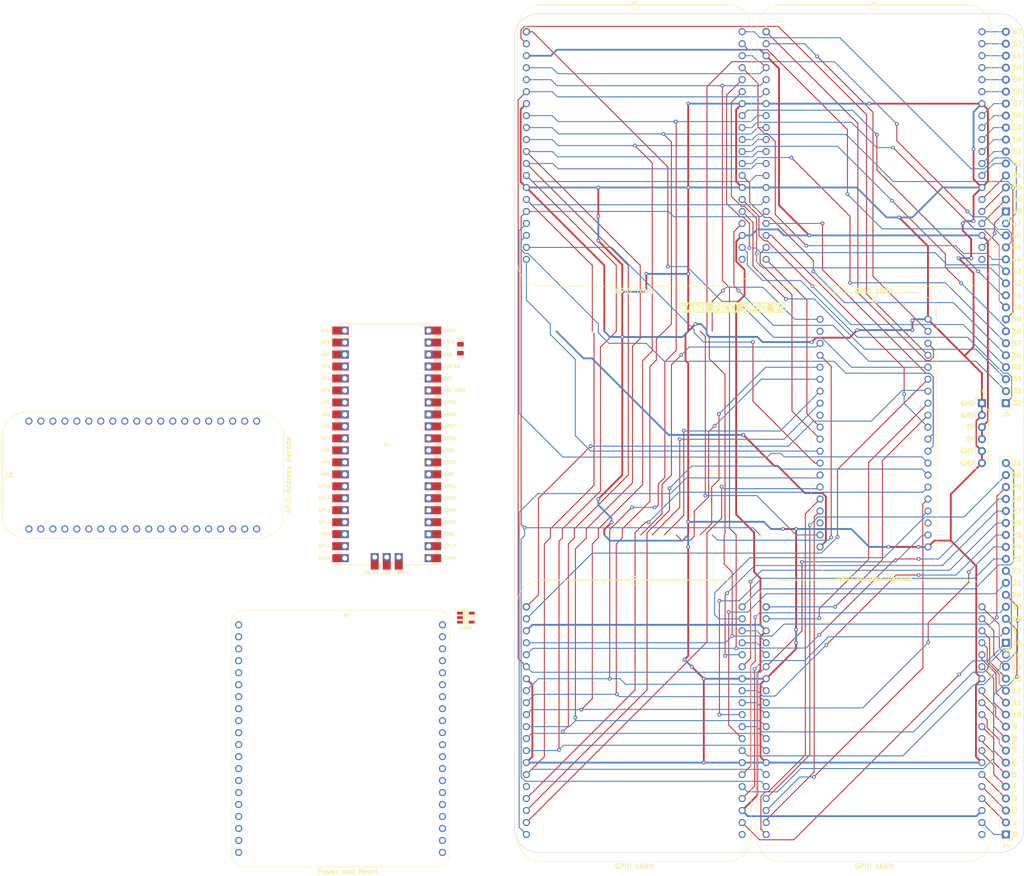
<source format=kicad_pcb>
(kicad_pcb (version 20240108) (generator "pcbnew") (generator_version "8.0")
  (title_block (date "2025-04-21") (rev "Pico GPIO Wide"))
  (layers (0 "F.Cu" signal) (31 "B.Cu" signal) (36 "B.SilkS" user "B.Silkscreen") (37 "F.SilkS" user "F.Silkscreen") (38 "B.Mask" user) (39 "F.Mask" user) (44 "Edge.Cuts" user))
  (net 0 "")
  (net 1 "/5V")
  (net 2 "/GND")
  (net 3 "/3.3V")
  (net 4 "/Read GD B0 _{8..15}")
  (net 5 "/D7")
  (net 6 "/D6")
  (net 7 "/D5")
  (net 8 "/D4")
  (net 9 "/D3")
  (net 10 "/~{Reset}")
  (net 11 "/Write Enable")
  (net 12 "/D2")
  (net 13 "/D1")
  (net 14 "/D0")
  (net 15 "/Read GPIO _{ALL}")
  (net 16 "/Write GPIO _{ALL}")
  (net 21 "/Write GD B0 _{0..7}")
  (net 25 "/Write GD B0 _{8..15}")
  (net 26 "/Read GD B0 _{0..7}")
  (net 27 "/Write OE B0 _{0..7}")
  (net 28 "/Write OE B0 _{8..15}")
  (net 29 "/Read GD B0 _{24..31}")
  (net 30 "/Write OE B0 _{16..23}")
  (net 31 "/GPIO0")
  (net 32 "/GPIO1")
  (net 33 "/GPIO2")
  (net 34 "/GPIO3")
  (net 35 "/GPIO4")
  (net 36 "/GPIO5")
  (net 37 "/GPIO6")
  (net 38 "/GPIO7")
  (net 39 "/GPIO8")
  (net 40 "/GPIO9")
  (net 41 "/GPIO10")
  (net 42 "/GPIO11")
  (net 43 "/GPIO12")
  (net 44 "/GPIO13")
  (net 45 "/GPIO14")
  (net 46 "/GPIO15")
  (net 47 "/Read GD B0 _{16..23}")
  (net 48 "/Write GD B0 _{24..31}")
  (net 49 "/Write OE B0 _{24..31}")
  (net 50 "/Write GD B0 _{16..23}")
  (net 51 "/Write OE B0 _{32..39}")
  (net 52 "/Write GD B0 _{32..39}")
  (net 53 "/GPIO16")
  (net 54 "/GPIO17")
  (net 55 "/GPIO18")
  (net 56 "/GPIO19")
  (net 57 "/GPIO20")
  (net 58 "/GPIO21")
  (net 59 "/GPIO22")
  (net 60 "/GPIO23")
  (net 61 "/GPIO24")
  (net 62 "/GPIO25")
  (net 63 "/GPIO26")
  (net 64 "/GPIO27")
  (net 65 "/GPIO28")
  (net 66 "/GPIO29")
  (net 67 "/GPIO30")
  (net 68 "/GPIO31")
  (net 69 "/Read GD B0 _{40..47}")
  (net 70 "/Read GD B0 _{32..39}")
  (net 71 "/Write GD B0 _{40..47}")
  (net 72 "/Write OE B0 _{40..47}")
  (net 73 "/Read GD B0 _{48..55}")
  (net 74 "/Read GD B0 _{56..63}")
  (net 75 "/GPIO32")
  (net 76 "/GPIO33")
  (net 77 "/GPIO34")
  (net 78 "/GPIO35")
  (net 79 "/GPIO36")
  (net 80 "/GPIO37")
  (net 81 "/GPIO38")
  (net 82 "/GPIO39")
  (net 83 "/GPIO40")
  (net 84 "/GPIO41")
  (net 85 "/GPIO42")
  (net 86 "/GPIO43")
  (net 87 "/GPIO44")
  (net 88 "/GPIO45")
  (net 89 "/GPIO46")
  (net 90 "/GPIO47")
  (net 91 "/GPIO63")
  (net 92 "/GPIO62")
  (net 93 "/GPIO61")
  (net 94 "/GPIO60")
  (net 95 "/GPIO59")
  (net 96 "/GPIO58")
  (net 97 "/GPIO57")
  (net 98 "/GPIO56")
  (net 99 "/GPIO55")
  (net 100 "/GPIO54")
  (net 101 "/GPIO53")
  (net 102 "/GPIO52")
  (net 103 "/GPIO51")
  (net 104 "/GPIO50")
  (net 105 "/GPIO49")
  (net 106 "/GPIO48")
  (net 107 "/Write OE B0 _{48..55}")
  (net 108 "/Write OE B0 _{56..63}")
  (net 109 "/Write GD B0 _{48..55}")
  (net 110 "/Write GD B0 _{56..63}")
  (net 111 "/Read GD B1 _{0..7}")
  (net 112 "/Read GD B1 _{48..55}")
  (net 113 "/A0")
  (net 114 "/A1")
  (net 115 "/A2")
  (net 116 "/A3")
  (net 117 "/A4")
  (net 118 "/A_{Enable}")
  (net 119 "/Write GD B1 _{8..15}")
  (net 120 "Net-(J1-Pin_2)")
  (net 121 "Net-(J1-Pin_3)")
  (net 122 "Net-(J1-Pin_1)")
  (net 124 "/Read GD B1 _{40..47}")
  (net 126 "/Write OE B1 _{32..39}")
  (net 128 "/Write GD B1 _{16..23}")
  (net 129 "/Write OE B1 _{8..15}")
  (net 130 "/Write OE B1 _{24..31}")
  (net 131 "/Read GD B1 _{16..23}")
  (net 132 "/Read GD B1 _{8..15}")
  (net 133 "/Write GD B1 _{0..7}")
  (net 134 "/Read GD B1 _{24..31}")
  (net 135 "/Read GD B1 _{56..63}")
  (net 137 "/Write GD B1 _{48..55}")
  (net 138 "/Write OE B1 _{48..55}")
  (net 139 "/Write GD B1 _{40..47}")
  (net 140 "/Write OE B1 _{56..63}")
  (net 141 "/Read GD B1 _{32..39}")
  (net 142 "/Write GD B1 _{24..31}")
  (net 144 "/Enable GPIO")
  (net 145 "/~{A5}")
  (net 146 "/Write OE B1 _{16..23}")
  (net 147 "/Write OE B1 _{0..7}")
  (net 149 "/Write GD B1 _{56..63}")
  (net 150 "/Write GD B1 _{32..39}")
  (net 152 "/Write OE B1 _{40..47}")
  (net 153 "/A5")
  (net 187 "/GND_{C} EN")
  (net 188 "/GND_{B} EN")
  (net 189 "/12V EN")
  (net 190 "/5V_{A} EN")
  (net 191 "/5V_{B} EN")
  (net 192 "/5V_{C} EN")
  (net 194 "/GND_{D} EN")
  (net 197 "/GND_{A} EN")
  (footprint "HCP65_Parts:HCP65_Pico_GPIO_Address_Decode" (layer "F.Cu") (at 92.075 80.391)
    (property "Reference" "B6")
    (property "Value" "Pico GPIO Address Decode" (hide yes))
  )
  (footprint "Connector_PinHeader_2.54mm:PinHeader_1x16_P2.54mm_Vertical" (layer "F.Cu") (at 131.445 189.611 180)
    (property "Reference" "J4")
    (property "Value" "Conn_01x16_Pin")
  )
  (footprint "HCP65_Parts:HCP65_Pico_GPIO_Address_Decode" (layer "F.Cu") (at -75.565 124.841 90)
    (property "Reference" "B5")
    (property "Value" "Pico GPIO Address Decode" (hide yes))
  )
  (footprint "SamacSys_Parts:RPi_Pico_SMD_TH" (layer "F.Cu") (at 0.254 106.91)
    (property "Reference" "U1")
    (property "Value" "Pico" (hide yes))
  )
  (footprint "HCP65_Parts:HCP65_GPIO_16bit" (layer "F.Cu") (at 80.645 141.351)
    (property "Reference" "B1")
    (property "Value" "GPIO 16bit" (hide yes))
  )
  (footprint "Connector_PinHeader_2.54mm:PinHeader_1x16_P2.54mm_Vertical" (layer "F.Cu") (at 131.445 57.531 180)
    (property "Reference" "J7")
    (property "Value" "Conn_01x16_Pin")
  )
  (footprint "Connector_PinHeader_2.54mm:PinHeader_1x16_P2.54mm_Vertical" (layer "F.Cu") (at 131.445 98.171 180)
    (property "Reference" "J6")
    (property "Value" "Conn_01x16_Pin")
  )
  (footprint "HCP65_Parts:HCP65_Power_and_Reset" (layer "F.Cu") (at -31.115 145.161)
    (property "Reference" "B7")
    (property "Value" "Power and Reset" (hide yes))
  )
  (footprint "HCP65_Parts:HCP65_GPIO_16bit" (layer "F.Cu") (at 29.845 19.431)
    (property "Reference" "B3")
    (property "Value" "GPIO 16bit" (hide yes))
  )
  (footprint "Connector_PinHeader_2.54mm:PinHeader_1x06_P2.54mm_Vertical" (layer "F.Cu") (at 126.365 98.171)
    (property "Reference" "J9")
    (property "Value" "Conn_01x06_Pin")
  )
  (footprint "HCP65_Parts:HCP65_GPIO_16bit" (layer "F.Cu") (at 29.845 141.351)
    (property "Reference" "B2")
    (property "Value" "GPIO 16bit" (hide yes))
  )
  (footprint "HCP65_Parts:HCP65_GPIO_16bit" (layer "F.Cu") (at 80.645 19.431)
    (property "Reference" "B4")
    (property "Value" "GPIO 16bit" (hide yes))
  )
  (footprint "SamacSys_Parts:C_0805" (layer "F.Cu") (at 15.875 86.614 180)
    (property "Reference" "C1")
    (property "Value" "1μF")
  )
  (footprint "Connector_PinHeader_2.54mm:PinHeader_1x16_P2.54mm_Vertical" (layer "F.Cu") (at 131.445 148.971 180)
    (property "Reference" "J5")
    (property "Value" "Conn_01x16_Pin")
  )
  (footprint "SamacSys_Parts:SOT95P275X110-5N" (layer "F.Cu") (at 17.012 143.637)
    (property "Reference" "IC1")
    (property "Value" "74LVC1G04GV,125" (hide yes))
  )
  (gr_line (start 32.385 15.621) (end 130.175 15.621) (stroke (width 0.1)) (layer "Edge.Cuts"))
  (gr_arc (start 135.255 188.341) (mid 133.767102 191.933102) (end 130.175 193.421) (stroke (width 0.1)) (layer "Edge.Cuts"))
  (gr_arc (start 32.385 193.421) (mid 28.792898 191.933102) (end 27.305 188.341) (stroke (width 0.1)) (layer "Edge.Cuts"))
  (gr_arc (start 27.305 20.701) (mid 28.792898 17.108898) (end 32.385 15.621) (stroke (width 0.1)) (layer "Edge.Cuts"))
  (gr_line (start 135.255 188.341) (end 135.255 20.701) (stroke (width 0.1)) (layer "Edge.Cuts"))
  (gr_line (start 27.305 188.341) (end 27.305 20.701) (stroke (width 0.1)) (layer "Edge.Cuts"))
  (gr_arc (start 130.175 15.621) (mid 133.767102 17.108898) (end 135.255 20.701) (stroke (width 0.1)) (layer "Edge.Cuts"))
  (gr_line (start 32.385 193.421) (end 130.175 193.421) (stroke (width 0.1)) (layer "Edge.Cuts"))
  (gr_text "31" (at 132.655 110.901 0) (layer "F.SilkS") (effects (font (size 1 1) (thickness 0.25) (bold yes)) (justify left)))
  (gr_text "GND" (at 124.975 108.331 0) (layer "F.SilkS") (effects (font (size 1 1) (thickness 0.25) (bold yes)) (justify right)))
  (gr_text "33" (at 132.715 95.631 0) (layer "F.SilkS") (effects (font (size 1 1) (thickness 0.25) (bold yes)) (justify left)))
  (gr_text "36" (at 132.655 88.041 0) (layer "F.SilkS") (effects (font (size 1 1) (thickness 0.25) (bold yes)) (justify left)))
  (gr_text "34" (at 132.715 93.091 0) (layer "F.SilkS") (effects (font (size 1 1) (thickness 0.25) (bold yes)) (justify left)))
  (gr_text "24" (at 132.715 128.651 0) (layer "F.SilkS") (effects (font (size 1 1) (thickness 0.25) (bold yes)) (justify left)))
  (gr_text "GND" (at 125.035 100.741 0) (layer "F.SilkS") (effects (font (size 1 1) (thickness 0.25) (bold yes)) (justify right)))
  (gr_text "32" (at 132.715 98.171 0) (layer "F.SilkS") (effects (font (size 1 1) (thickness 0.25) (bold yes)) (justify left)))
  (gr_text "17" (at 132.715 146.431 0) (layer "F.SilkS") (effects (font (size 1 1) (thickness 0.25) (bold yes)) (justify left)))
  (gr_text "57" (at 132.775 34.641 0) (layer "F.SilkS") (effects (font (size 1 1) (thickness 0.25) (bold yes)) (justify left)))
  (gr_text "44" (at 132.655 67.721 0) (layer "F.SilkS") (effects (font (size 1 1) (thickness 0.25) (bold yes)) (justify left)))
  (gr_text "11" (at 132.715 161.671 0) (layer "F.SilkS") (effects (font (size 1 1) (thickness 0.25) (bold yes)) (justify left)))
  (gr_text "59" (at 132.775 29.561 0) (layer "F.SilkS") (effects (font (size 1 1) (thickness 0.25) (bold yes)) (justify left)))
  (gr_text "50" (at 132.775 52.421 0) (layer "F.SilkS") (effects (font (size 1 1) (thickness 0.25) (bold yes)) (justify left)))
  (gr_text "62" (at 132.715 21.971 0) (layer "F.SilkS") (effects (font (size 1 1) (thickness 0.25) (bold yes)) (justify left)))
  (gr_text "43" (at 132.715 70.231 0) (layer "F.SilkS") (effects (font (size 1 1) (thickness 0.25) (bold yes)) (justify left)))
  (gr_text "18" (at 132.715 143.891 0) (layer "F.SilkS") (effects (font (size 1 1) (thickness 0.25) (bold yes)) (justify left)))
  (gr_text "16" (at 132.715 148.971 0) (layer "F.SilkS") (effects (font (size 1 1) (thickness 0.25) (bold yes)) (justify left)))
  (gr_text "51" (at 132.775 49.881 0) (layer "F.SilkS") (effects (font (size 1 1) (thickness 0.25) (bold yes)) (justify left)))
  (gr_text "12" (at 132.655 159.161 0) (layer "F.SilkS") (effects (font (size 1 1) (thickness 0.25) (bold yes)) (justify left)))
  (gr_text "21" (at 132.655 136.301 0) (layer "F.SilkS") (effects (font (size 1 1) (thickness 0.25) (bold yes)) (justify left)))
  (gr_text "13" (at 132.655 156.621 0) (layer "F.SilkS") (effects (font (size 1 1) (thickness 0.25) (bold yes)) (justify left)))
  (gr_text "23" (at 132.655 131.221 0) (layer "F.SilkS") (effects (font (size 1 1) (thickness 0.25) (bold yes)) (justify left)))
  (gr_text "30" (at 132.655 113.441 0) (layer "F.SilkS") (effects (font (size 1 1) (thickness 0.25) (bold yes)) (justify left)))
  (gr_text "6" (at 132.655 174.401 0) (layer "F.SilkS") (effects (font (size 1 1) (thickness 0.25) (bold yes)) (justify left)))
  (gr_text "61" (at 132.715 24.511 0) (layer "F.SilkS") (effects (font (size 1 1) (thickness 0.25) (bold yes)) (justify left)))
  (gr_text "35" (at 132.715 90.551 0) (layer "F.SilkS") (effects (font (size 1 1) (thickness 0.25) (bold yes)) (justify left)))
  (gr_text "58" (at 132.775 32.101 0) (layer "F.SilkS") (effects (font (size 1 1) (thickness 0.25) (bold yes)) (justify left)))
  (gr_text "49" (at 132.775 54.961 0) (layer "F.SilkS") (effects (font (size 1 1) (thickness 0.25) (bold yes)) (justify left)))
  (gr_text "3" (at 132.715 181.991 0) (layer "F.SilkS") (effects (font (size 1 1) (thickness 0.25) (bold yes)) (justify left)))
  (gr_text "46" (at 132.655 62.641 0) (layer "F.SilkS") (effects (font (size 1 1) (thickness 0.25) (bold yes)) (justify left)))
  (gr_text "5" (at 132.655 176.941 0) (layer "F.SilkS") (effects (font (size 1 1) (thickness 0.25) (bold yes)) (justify left)))
  (gr_text "29" (at 132.655 115.981 0) (layer "F.SilkS") (effects (font (size 1 1) (thickness 0.25) (bold yes)) (justify left)))
  (gr_text "20" (at 132.655 138.841 0) (layer "F.SilkS") (effects (font (size 1 1) (thickness 0.25) (bold yes)) (justify left)))
  (gr_text "40" (at 132.715 77.851 0) (layer "F.SilkS") (effects (font (size 1 1) (thickness 0.25) (bold yes)) (justify left)))
  (gr_text "9" (at 132.715 166.751 0) (layer "F.SilkS") (effects (font (size 1 1) (thickness 0.25) (bold yes)) (justify left)))
  (gr_text "10" (at 132.715 164.211 0) (layer "F.SilkS") (effects (font (size 1 1) (thickness 0.25) (bold yes)) (justify left)))
  (gr_text "GND" (at 125.035 98.201 0) (layer "F.SilkS") (effects (font (size 1 1) (thickness 0.25) (bold yes)) (justify right)))
  (gr_text "5V" (at 125.035 103.281 0) (layer "F.SilkS") (effects (font (size 1 1) (thickness 0.25) (bold yes)) (justify right)))
  (gr_text "25" (at 132.715 126.111 0) (layer "F.SilkS") (effects (font (size 1 1) (thickness 0.25) (bold yes)) (justify left)))
  (gr_text "64bit PICO GPIO V0" (at 73.533 78.867 0) (layer "F.SilkS" knockout) (effects (font (size 1.5 1.5) (thickness 0.3) (bold yes)) (justify bottom)))
  (gr_text "63" (at 132.715 19.431 0) (layer "F.SilkS") (effects (font (size 1 1) (thickness 0.25) (bold yes)) (justify left)))
  (gr_text "52" (at 132.715 47.371 0) (layer "F.SilkS") (effects (font (size 1 1) (thickness 0.25) (bold yes)) (justify left)))
  (gr_text "2" (at 132.715 184.531 0) (layer "F.SilkS") (effects (font (size 1 1) (thickness 0.25) (bold yes)) (justify left)))
  (gr_text "14" (at 132.655 154.081 0) (layer "F.SilkS") (effects (font (size 1 1) (thickness 0.25) (bold yes)) (justify left)))
  (gr_text "0" (at 132.715 189.611 0) (layer "F.SilkS") (effects (font (size 1 1) (thickness 0.25) (bold yes)) (justify left)))
  (gr_text "26" (at 132.715 123.571 0) (layer "F.SilkS") (effects (font (size 1 1) (thickness 0.25) (bold yes)) (justify left)))
  (gr_text "47" (at 132.655 60.101 0) (layer "F.SilkS") (effects (font (size 1 1) (thickness 0.25) (bold yes)) (justify left)))
  (gr_text "37" (at 132.655 85.501 0) (layer "F.SilkS") (effects (font (size 1 1) (thickness 0.25) (bold yes)) (justify left)))
  (gr_text "41" (at 132.715 75.311 0) (layer "F.SilkS") (effects (font (size 1 1) (thickness 0.25) (bold yes)) (justify left)))
  (gr_text "19" (at 132.715 141.351 0) (layer "F.SilkS") (effects (font (size 1 1) (thickness 0.25) (bold yes)) (justify left)))
  (gr_text "48" (at 132.775 57.501 0) (layer "F.SilkS") (effects (font (size 1 1) (thickness 0.25) (bold yes)) (justify left)))
  (gr_text "8" (at 132.715 169.291 0) (layer "F.SilkS") (effects (font (size 1 1) (thickness 0.25) (bold yes)) (justify left)))
  (gr_text "1" (at 132.715 187.071 0) (layer "F.SilkS") (effects (font (size 1 1) (thickness 0.25) (bold yes)) (justify left)))
  (gr_text "5V" (at 125.035 105.821 0) (layer "F.SilkS") (effects (font (size 1 1) (thickness 0.25) (bold yes)) (justify right)))
  (gr_text "22" (at 132.655 133.761 0) (layer "F.SilkS") (effects (font (size 1 1) (thickness 0.25) (bold yes)) (justify left)))
  (gr_text "45" (at 132.655 65.181 0) (layer "F.SilkS") (effects (font (size 1 1) (thickness 0.25) (bold yes)) (justify left)))
  (gr_text "42" (at 132.715 72.771 0) (layer "F.SilkS") (effects (font (size 1 1) (thickness 0.25) (bold yes)) (justify left)))
  (gr_text "54" (at 132.715 42.291 0) (layer "F.SilkS") (effects (font (size 1 1) (thickness 0.25) (bold yes)) (justify left)))
  (gr_text "28" (at 132.655 118.521 0) (layer "F.SilkS") (effects (font (size 1 1) (thickness 0.25) (bold yes)) (justify left)))
  (gr_text "7" (at 132.655 171.861 0) (layer "F.SilkS") (effects (font (size 1 1) (thickness 0.25) (bold yes)) (justify left)))
  (gr_text "60" (at 132.715 27.051 0) (layer "F.SilkS") (effects (font (size 1 1) (thickness 0.25) (bold yes)) (justify left)))
  (gr_text "GND" (at 124.975 110.871 0) (layer "F.SilkS") (effects (font (size 1 1) (thickness 0.25) (bold yes)) (justify right)))
  (gr_text "53" (at 132.715 44.831 0) (layer "F.SilkS") (effects (font (size 1 1) (thickness 0.25) (bold yes)) (justify left)))
  (gr_text "27" (at 132.715 121.031 0) (layer "F.SilkS") (effects (font (size 1 1) (thickness 0.25) (bold yes)) (justify left)))
  (gr_text "38" (at 132.655 82.961 0) (layer "F.SilkS") (effects (font (size 1 1) (thickness 0.25) (bold yes)) (justify left)))
  (gr_text "4" (at 132.655 179.481 0) (layer "F.SilkS") (effects (font (size 1 1) (thickness 0.25) (bold yes)) (justify left)))
  (gr_text "15" (at 132.655 151.541 0) (layer "F.SilkS") (effects (font (size 1 1) (thickness 0.25) (bold yes)) (justify left)))
  (gr_text "39" (at 132.655 80.421 0) (layer "F.SilkS") (effects (font (size 1 1) (thickness 0.25) (bold yes)) (justify left)))
  (gr_text "55" (at 132.715 39.751 0) (layer "F.SilkS") (effects (font (size 1 1) (thickness 0.25) (bold yes)) (justify left)))
  (gr_text "56" (at 132.775 37.181 0) (layer "F.SilkS") (effects (font (size 1 1) (thickness 0.25) (bold yes)) (justify left)))
  (segment (start 74.295 77.089) (end 76.073 75.311) (width 0.38) (layer "F.Cu") (net 1))
  (segment (start 127.6271 101.9889) (end 127.6271 63.8731) (width 0.38) (layer "F.Cu") (net 1))
  (segment (start 78.7755 181.3205) (end 75.565 184.531) (width 0.38) (layer "F.Cu") (net 1))
  (segment (start 78.1049 125.5807) (end 78.1049 133.9685) (width 0.38) (layer "F.Cu") (net 1))
  (segment (start 78.7755 155.3942) (end 78.7755 181.3205) (width 0.38) (layer "F.Cu") (net 1))
  (segment (start 126.365 103.251) (end 127.6271 101.9889) (width 0.38) (layer "F.Cu") (net 1))
  (segment (start 78.1049 133.9685) (end 79.4406 135.3042) (width 0.38) (layer "F.Cu") (net 1))
  (segment (start 83.3737 56.195698) (end 89.789 62.610998) (width 0.38) (layer "F.Cu") (net 1))
  (segment (start 83.3737 27.2397) (end 83.3737 56.195698) (width 0.38) (layer "F.Cu") (net 1))
  (segment (start 80.645 146.431) (end 79.4257 147.6503) (width 0.38) (layer "F.Cu") (net 1))
  (segment (start 74.295 82.931) (end 74.295 121.7708) (width 0.38) (layer "F.Cu") (net 1))
  (segment (start 76.073 69.881915) (end 76.073 75.311) (width 0.38) (layer "F.Cu") (net 1))
  (segment (start 79.4406 135.3042) (end 79.4406 145.2266) (width 0.38) (layer "F.Cu") (net 1))
  (segment (start 79.4257 154.744) (end 78.7755 155.3942) (width 0.38) (layer "F.Cu") (net 1))
  (segment (start 80.645 24.511) (end 83.3737 27.2397) (width 0.38) (layer "F.Cu") (net 1))
  (segment (start 126.365 105.791) (end 126.365 103.251) (width 0.38) (layer "F.Cu") (net 1))
  (segment (start 79.4257 147.6503) (end 79.4257 154.744) (width 0.38) (layer "F.Cu") (net 1))
  (segment (start 127.6271 63.8731) (end 126.365 62.611) (width 0.38) (layer "F.Cu") (net 1))
  (segment (start 74.295 82.931) (end 74.295 77.089) (width 0.38) (layer "F.Cu") (net 1))
  (segment (start 74.295 68.103915) (end 76.073 69.881915) (width 0.38) (layer "F.Cu") (net 1))
  (segment (start 79.4406 145.2266) (end 80.645 146.431) (width 0.38) (layer "F.Cu") (net 1))
  (segment (start 74.295 121.7708) (end 78.1049 125.5807) (width 0.38) (layer "F.Cu") (net 1))
  (segment (start 75.565 62.611) (end 74.295 63.881) (width 0.38) (layer "F.Cu") (net 1))
  (segment (start 74.295 63.881) (end 74.295 68.103915) (width 0.38) (layer "F.Cu") (net 1))
  (via (at 89.789 62.610998) (size 0.8) (drill 0.4) (layers "F.Cu" "B.Cu") (net 1))
  (segment (start 80.645 24.511) (end 79.375 23.241) (width 0.38) (layer "B.Cu") (net 1))
  (segment (start 89.789002 62.611) (end 89.789 62.610998) (width 0.38) (layer "B.Cu") (net 1))
  (segment (start 84.454998 62.610998) (end 89.789 62.610998) (width 0.38) (layer "B.Cu") (net 1))
  (segment (start 31.115 145.161) (end 79.375 145.161) (width 0.38) (layer "B.Cu") (net 1))
  (segment (start 35.052 24.511) (end 29.845 24.511) (width 0.38) (layer "B.Cu") (net 1))
  (segment (start 76.7668 185.7328) (end 125.1632 185.7328) (width 0.38) (layer "B.Cu") (net 1))
  (segment (start 79.375 145.161) (end 80.645 146.431) (width 0.38) (layer "B.Cu") (net 1))
  (segment (start 126.365 62.611) (end 89.789002 62.611) (width 0.38) (layer "B.Cu") (net 1))
  (segment (start 29.845 146.431) (end 31.115 145.161) (width 0.38) (layer "B.Cu") (net 1))
  (segment (start 75.565 62.611) (end 77.47 62.611) (width 0.38) (layer "B.Cu") (net 1))
  (segment (start 78.74 61.341) (end 83.185 61.341) (width 0.38) (layer "B.Cu") (net 1))
  (segment (start 125.1632 185.7328) (end 126.365 184.531) (width 0.38) (layer "B.Cu") (net 1))
  (segment (start 77.47 62.611) (end 78.74 61.341) (width 0.38) (layer "B.Cu") (net 1))
  (segment (start 75.565 184.531) (end 76.7668 185.7328) (width 0.38) (layer "B.Cu") (net 1))
  (segment (start 79.375 23.241) (end 36.322 23.241) (width 0.38) (layer "B.Cu") (net 1))
  (segment (start 36.322 23.241) (end 35.052 24.511) (width 0.38) (layer "B.Cu") (net 1))
  (segment (start 83.185 61.341) (end 84.454998 62.610998) (width 0.38) (layer "B.Cu") (net 1))
  (segment (start 119.7689 117.4671) (end 119.7689 127.3014) (width 0.38) (layer "F.Cu") (net 2))
  (segment (start 75.565 52.451) (end 74.295 51.181) (width 0.38) (layer "F.Cu") (net 2))
  (segment (start 126.365 52.451) (end 127.6302 51.1858) (width 0.38) (layer "F.Cu") (net 2))
  (segment (start 46.355 126.111) (end 46.355 124.968) (width 0.38) (layer "F.Cu") (net 2))
  (segment (start 125.1655 132.698) (end 119.7689 127.3014) (width 0.38) (layer "F.Cu") (net 2))
  (segment (start 91.232998 84.281) (end 90.297 85.216998) (width 0.38) (layer "F.Cu") (net 2))
  (segment (start 64.135 128.651) (end 64.135 151.765) (width 0.38) (layer "F.Cu") (net 2))
  (segment (start 126.365 174.371) (end 125.0997 173.1057) (width 0.38) (layer "F.Cu") (net 2))
  (segment (start 50.165 113.411) (end 50.165 84.1415) (width 0.38) (layer "F.Cu") (net 2))
  (segment (start 124.587 86.233) (end 124.587 70.611994) (width 0.38) (layer "F.Cu") (net 2))
  (segment (start 67.437 156.590995) (end 67.437 174.371) (width 0.38) (layer "F.Cu") (net 2))
  (segment (start 80.645 174.371) (end 79.4464 173.1724) (width 0.38) (layer "F.Cu") (net 2))
  (segment (start 64.135 89.6836) (end 64.135 123.317) (width 0.38) (layer "F.Cu") (net 2))
  (segment (start 124.587 50.673) (end 126.365 52.451) (width 0.38) (layer "F.Cu") (net 2))
  (segment (start 31.1102 157.8562) (end 29.845 156.591) (width 0.38) (layer "F.Cu") (net 2))
  (segment (start 28.6248 51.2308) (end 28.6248 35.8912) (width 0.38) (layer "F.Cu") (net 2))
  (segment (start 86.995 150.241) (end 80.645 156.591) (width 0.38) (layer "F.Cu") (net 2))
  (segment (start 125.1224 101.9536) (end 126.365 100.711) (width 0.38) (layer "F.Cu") (net 2))
  (segment (start 124.587 70.611994) (end 121.412006 67.437) (width 0.38) (layer "F.Cu") (net 2))
  (segment (start 64.135 82.931) (end 63.5528 83.5132) (width 0.38) (layer "F.Cu") (net 2))
  (segment (start 64.135 34.671) (end 64.135 52.451) (width 0.38) (layer "F.Cu") (net 2))
  (segment (start 99.949 82.677) (end 98.345 84.281) (width 0.38) (layer "F.Cu") (net 2))
  (segment (start 55.245 74.549) (end 55.245 70.739) (width 0.38) (layer "F.Cu") (net 2))
  (segment (start 86.995 148.971) (end 86.995 150.241) (width 0.38) (layer "F.Cu") (net 2))
  (segment (start 124.586994 59.563) (end 124.586994 54.229006) (width 0.38) (layer "F.Cu") (net 2))
  (segment (start 84.201 124.841) (end 86.995 124.841) (width 0.38) (layer "F.Cu") (net 2))
  (segment (start 64.135 82.931) (end 64.135 70.739006) (width 0.38) (layer "F.Cu") (net 2))
  (segment (start 125.1655 155.3915) (end 125.1655 132.698) (width 0.38) (layer "F.Cu") (net 2))
  (segment (start 28.6248 35.8912) (end 29.845 34.671) (width 0.38) (layer "F.Cu") (net 2))
  (segment (start 45.085 118.491) (end 50.165 113.411) (width 0.38) (layer "F.Cu") (net 2))
  (segment (start 126.365 108.331) (end 125.1224 107.0884) (width 0.38) (layer "F.Cu") (net 2))
  (segment (start 29.845 52.451) (end 28.6248 51.2308) (width 0.38) (layer "F.Cu") (net 2))
  (segment (start 122.301 61.595) (end 124.079 63.373) (width 0.38) (layer "F.Cu") (net 2))
  (segment (start 46.355 124.968) (end 47.879 123.444) (width 0.38) (layer "F.Cu") (net 2))
  (segment (start 126.365 110.871) (end 119.7689 117.4671) (width 0.38) (layer "F.Cu") (net 2))
  (segment (start 46.355 82.931) (end 46.355 68.961) (width 0.38) (layer "F.Cu") (net 2))
  (segment (start 126.365 108.331) (end 126.365 110.871) (width 0.38) (layer "F.Cu") (net 2))
  (segment (start 64.135 151.765) (end 63.373 152.527) (width 0.38) (layer "F.Cu") (net 2))
  (segment (start 125.0997 173.1057) (end 125.0997 157.8563) (width 0.38) (layer "F.Cu") (net 2))
  (segment (start 74.295 51.181) (end 74.295 35.941) (width 0.38) (layer "F.Cu") (net 2))
  (segment (start 116.2846 127.3014) (end 114.935 128.651) (width 0.38) (layer "F.Cu") (net 2))
  (segment (start 46.355 68.961) (end 29.845 52.451) (width 0.38) (layer "F.Cu") (net 2))
  (segment (start 64.135 52.451) (end 64.135 70.738994) (width 0.38) (layer "F.Cu") (net 2))
  (segment (start 114.935 80.391) (end 114.935 64.897) (width 0.38) (layer "F.Cu") (net 2))
  (segment (start 126.365 156.591) (end 125.1655 155.3915) (width 0.38) (layer "F.Cu") (net 2))
  (segment (start 124.586994 54.229006) (end 126.365 52.451) (width 0.38) (layer "F.Cu") (net 2))
  (segment (start 127.6302 35.9362) (end 126.365 34.671) (width 0.38) (layer "F.Cu") (net 2))
  (segment (start 64.135 70.738994) (end 64.135006 70.739) (width 0.38) (layer "F.Cu") (net 2))
  (segment (start 50.165 68.834) (end 45.085 63.754) (width 0.38) (layer "F.Cu") (net 2))
  (segment (start 29.845 174.371) (end 31.1102 173.1058) (width 0.38) (layer "F.Cu") (net 2))
  (segment (start 126.365 91.821) (end 122.682 88.138) (width 0.38) (layer "F.Cu") (net 2))
  (segment (start 45.085 58.546998) (end 45.085 52.451) (width 0.38) (layer "F.Cu") (net 2))
  (segment (start 31.1102 173.1058) (end 31.1102 157.8562) (width 0.38) (layer "F.Cu") (net 2))
  (segment (start 79.4464 173.1724) (end 79.4464 157.7896) (width 0.38) (layer "F.Cu") (net 2))
  (segment (start 64.135 82.931) (end 65.658997 81.407003) (width 0.38) (layer "F.Cu") (net 2))
  (segment (start 45.084998 58.547) (end 45.085 58.546998) (width 0.38) (layer "F.Cu") (net 2))
  (segment (start 64.135 123.317) (end 64.135 126.111) (width 0.38) (layer "F.Cu") (net 2))
  (segment (start 64.135 70.739006) (end 64.135006 70.739) (width 0.38) (layer "F.Cu") (net 2))
  (segment (start 79.4464 157.7896) (end 80.645 156.591) (width 0.38) (layer "F.Cu") (net 2))
  (segment (start 126.365 100.711) (end 126.365 98.171) (width 0.38) (layer "F.Cu") (net 2))
  (segment (start 124.079 63.373) (end 124.079 67.437) (width 0.38) (layer "F.Cu") (net 2))
  (segment (start 74.295 35.941) (end 75.565 34.671) (width 0.38) (layer "F.Cu") (net 2))
  (segment (start 111.633 82.677) (end 111.633 80.645) (width 0.38) (layer "F.Cu") (net 2))
  (segment (start 122.301 60.071) (end 122.301 61.595) (width 0.38) (layer "F.Cu") (net 2))
  (segment (start 112.903 128.651) (end 106.553 128.651) (width 0.38) (layer "F.Cu") (net 2))
  (segment (start 119.7689 127.3014) (end 116.2846 127.3014) (width 0.38) (layer "F.Cu") (net 2))
  (segment (start 125.1224 107.0884) (end 125.1224 101.9536) (width 0.38) (layer "F.Cu") (net 2))
  (segment (start 125.0997 157.8563) (end 126.365 156.591) (width 0.38) (layer "F.Cu") (net 2))
  (segment (start 122.682 88.138) (end 114.935 80.391) (width 0.38) (layer "F.Cu") (net 2))
  (segment (start 64.897 154.051) (end 64.897005 154.051) (width 0.38) (layer "F.Cu") (net 2))
  (segment (start 98.345 84.281) (end 91.232998 84.281) (width 0.38) (layer "F.Cu") (net 2))
  (segment (start 126.365 98.171) (end 126.365 91.821) (width 0.38) (layer "F.Cu") (net 2))
  (segment (start 50.165 84.1415) (end 50.165 74.549) (width 0.38) (layer "F.Cu") (net 2))
  (segment (start 64.897005 154.051) (end 67.437 156.590995) (width 0.38) (layer "F.Cu") (net 2))
  (segment (start 126.365 34.671) (end 102.489 34.671) (width 0.38) (layer "F.Cu") (net 2))
  (segment (start 86.995 146.177) (end 86.995 124.841) (width 0.38) (layer "F.Cu") (net 2))
  (segment (start 50.165 74.549) (end 50.165 68.834) (width 0.38) (layer "F.Cu") (net 2))
  (segment (start 127.6302 51.1858) (end 127.6302 35.9362) (width 0.38) (layer "F.Cu") (net 2))
  (segment (start 63.5528 83.5132) (end 63.5528 89.1014) (width 0.38) (layer "F.Cu") (net 2))
  (segment (start 124.587 44.323) (end 124.587 50.673) (width 0.38) (layer "F.Cu") (net 2))
  (segment (start 114.935 64.897) (end 108.839 58.801) (width 0.38) (layer "F.Cu") (net 2))
  (segment (start 124.587 86.233) (end 122.682 88.138) (width 0.38) (layer "F.Cu") (net 2))
  (segment (start 63.5528 89.1014) (end 64.135 89.6836) (width 0.38) (layer "F.Cu") (net 2))
  (via (at 64.135 123.317) (size 0.8) (drill 0.4) (layers "F.Cu" "B.Cu") (net 2))
  (via (at 111.633 82.677) (size 0.8) (drill 0.4) (layers "F.Cu" "B.Cu") (net 2))
  (via (at 122.301 60.071) (size 0.8) (drill 0.4) (layers "F.Cu" "B.Cu") (net 2))
  (via (at 124.587 44.323) (size 0.8) (drill 0.4) (layers "F.Cu" "B.Cu") (net 2))
  (via (at 45.085 52.451) (size 0.8) (drill 0.4) (layers "F.Cu" "B.Cu") (net 2))
  (via (at 99.949 82.677) (size 0.8) (drill 0.4) (layers "F.Cu" "B.Cu") (net 2))
  (via (at 84.201 124.841) (size 0.8) (drill 0.4) (layers "F.Cu" "B.Cu") (net 2))
  (via (at 111.633 80.645) (size 0.8) (drill 0.4) (layers "F.Cu" "B.Cu") (net 2))
  (via (at 50.165 84.1415) (size 0.8) (drill 0.4) (layers "F.Cu" "B.Cu") (net 2))
  (via (at 102.489 34.671) (size 0.8) (drill 0.4) (layers "F.Cu" "B.Cu") (net 2))
  (via (at 47.879 123.444) (size 0.8) (drill 0.4) (layers "F.Cu" "B.Cu") (net 2))
  (via (at 45.085 63.754) (size 0.8) (drill 0.4) (layers "F.Cu" "B.Cu") (net 2))
  (via (at 64.135 128.651) (size 0.8) (drill 0.4) (layers "F.Cu" "B.Cu") (net 2))
  (via (at 108.839 58.801) (size 0.8) (drill 0.4) (layers "F.Cu" "B.Cu") (net 2))
  (via (at 124.079 67.437) (size 0.8) (drill 0.4) (layers "F.Cu" "B.Cu") (net 2))
  (via (at 90.297 85.216998) (size 0.8) (drill 0.4) (layers "F.Cu" "B.Cu") (net 2))
  (via (at 67.437 156.590995) (size 0.8) (drill 0.4) (layers "F.Cu" "B.Cu") (net 2))
  (via (at 65.658997 81.407003) (size 0.8) (drill 0.4) (layers "F.Cu" "B.Cu") (net 2))
  (via (at 86.995 146.177) (size 0.8) (drill 0.4) (layers "F.Cu" "B.Cu") (net 2))
  (via (at 86.995 124.841) (size 0.8) (drill 0.4) (layers "F.Cu" "B.Cu") (net 2))
  (via (at 45.085 118.491) (size 0.8) (drill 0.4) (layers "F.Cu" "B.Cu") (net 2))
  (via (at 106.553 128.651) (size 0.8) (drill 0.4) (layers "F.Cu" "B.Cu") (net 2))
  (via (at 50.165 74.549) (size 0.8) (drill 0.4) (layers "F.Cu" "B.Cu") (net 2))
  (via (at 121.412006 67.437) (size 0.8) (drill 0.4) (layers "F.Cu" "B.Cu") (net 2))
  (via (at 124.586994 59.563) (size 0.8) (drill 0.4) (layers "F.Cu" "B.Cu") (net 2))
  (via (at 55.245 70.739) (size 0.8) (drill 0.4) (layers "F.Cu" "B.Cu") (net 2))
  (via (at 55.245 74.549) (size 0.8) (drill 0.4) (layers "F.Cu" "B.Cu") (net 2))
  (via (at 64.897 154.051) (size 0.8) (drill 0.4) (layers "F.Cu" "B.Cu") (net 2))
  (via (at 64.135 52.451) (size 0.8) (drill 0.4) (layers "F.Cu" "B.Cu") (net 2))
  (via (at 64.135006 70.739) (size 0.8) (drill 0.4) (layers "F.Cu" "B.Cu") (net 2))
  (via (at 45.084998 58.547) (size 0.8) (drill 0.4) (layers "F.Cu" "B.Cu") (net 2))
  (via (at 64.135 34.671) (size 0.8) (drill 0.4) (layers "F.Cu" "B.Cu") (net 2))
  (via (at 63.373 152.527) (size 0.8) (drill 0.4) (layers "F.Cu" "B.Cu") (net 2))
  (via (at 86.995 148.971) (size 0.8) (drill 0.4) (layers "F.Cu" "B.Cu") (net 2))
  (via (at 112.903 128.651) (size 0.8) (drill 0.4) (layers "F.Cu" "B.Cu") (net 2))
  (via (at 67.437 174.371) (size 0.8) (drill 0.4) (layers "F.Cu" "B.Cu") (net 2))
  (segment (start 99.822 52.451) (end 106.172 58.801) (width 0.38) (layer "B.Cu") (net 2))
  (segment (start 68.627 84.121) (end 68.025 83.519) (width 0.38) (layer "B.Cu") (net 2))
  (segment (start 111.887 80.391) (end 111.633 80.645) (width 0.38) (layer "B.Cu") (net 2))
  (segment (start 102.489 128.651) (end 98.679 124.841) (width 0.38) (layer "B.Cu") (net 2))
  (segment (start 111.633 58.801) (end 108.839 58.801) (width 0.38) (layer "B.Cu") (net 2))
  (segment (start 62.927 127.319) (end 47.563 127.319) (width 0.38) (layer "B.Cu") (net 2))
  (segment (start 45.085 118.491) (end 45.085 119.761) (width 0.38) (layer "B.Cu") (net 2))
  (segment (start 86.995 148.971) (end 86.995 146.177) (width 0.38) (layer "B.Cu") (net 2))
  (segment (start 80.137 123.317) (end 64.135 123.317) (width 0.38) (layer "B.Cu") (net 2))
  (segment (start 126.365 174.371) (end 80.645 174.371) (width 0.38) (layer "B.Cu") (net 2))
  (segment (start 75.565 156.591) (end 67.437005 156.591) (width 0.38) (layer "B.Cu") (net 2))
  (segment (start 45.085 58.547002) (end 45.085 63.754) (width 0.38) (layer "B.Cu") (net 2))
  (segment (start 84.201 124.841) (end 81.661 124.841) (width 0.38) (layer "B.Cu") (net 2))
  (segment (start 106.172 58.801) (end 108.839 58.801) (width 0.38) (layer "B.Cu") (net 2))
  (segment (start 47.5655 84.1415) (end 50.165 84.1415) (width 0.38) (layer "B.Cu") (net 2))
  (segment (start 50.165 74.549) (end 55.245 74.549) (width 0.38) (layer "B.Cu") (net 2))
  (segment (start 80.645 52.451) (end 99.822 52.451) (width 0.38) (layer "B.Cu") (net 2))
  (segment (start 111.633 82.677) (end 99.949 82.677) (width 0.38) (layer "B.Cu") (net 2))
  (segment (start 67.437 174.371) (end 29.845 174.371) (width 0.38) (layer "B.Cu") (net 2))
  (segment (start 80.645 174.371) (end 75.565 174.371) (width 0.38) (layer "B.Cu") (net 2))
  (segment (start 81.661 124.841) (end 80.137 123.317) (width 0.38) (layer "B.Cu") (net 2))
  (segment (start 75.565 156.591) (end 80.645 156.591) (width 0.38) (layer "B.Cu") (net 2))
  (segment (start 47.879 122.555) (end 47.879 123.444) (width 0.38) (layer "B.Cu") (net 2))
  (segment (start 64.107006 70.767) (end 64.135006 70.739) (width 0.38) (layer "B.Cu") (net 2))
  (segment (start 90.297 85.216998) (end 79.882998 85.216998) (width 0.38) (layer "B.Cu") (net 2))
  (segment (start 45.084998 58.547) (end 45.085 58.547002) (width 0.38) (layer "B.Cu") (net 2))
  (segment (start 29.845 52.451) (end 45.085 52.451) (width 0.38) (layer "B.Cu") (net 2))
  (segment (start 126.365 34.671) (end 124.587 36.449) (width 0.38) (layer "B.Cu") (net 2))
  (segment (start 75.565 34.671) (end 64.135 34.671) (width 0.38) (layer "B.Cu") (net 2))
  (segment (start 66.833918 81.407003) (end 65.658997 81.407003) (width 0.38) (layer "B.Cu") (net 2))
  (segment (start 64.135 126.111) (end 62.927 127.319) (width 0.38) (layer "B.Cu") (net 2))
  (segment (start 122.809 59.563) (end 124.586994 59.563) (width 0.38) (layer "B.Cu") (net 2))
  (segment (start 64.135 52.451) (end 75.565 52.451) (width 0.38) (layer "B.Cu") (net 2))
  (segment (start 68.025 82.598085) (end 66.833918 81.407003) (width 0.38) (layer "B.Cu") (net 2))
  (segment (start 75.565 174.371) (end 67.437 174.371) (width 0.38) (layer "B.Cu") (net 2))
  (segment (start 67.437005 156.591) (end 67.437 156.590995) (width 0.38) (layer "B.Cu") (net 2))
  (segment (start 64.135 126.111) (end 64.135 128.651) (width 0.38) (layer "B.Cu") (net 2))
  (segment (start 122.301 60.071) (end 122.809 59.563) (width 0.38) (layer "B.Cu") (net 2))
  (segment (start 106.553 128.651) (end 102.489 128.651) (width 0.38) (layer "B.Cu") (net 2))
  (segment (start 124.587 36.449) (end 124.587 44.323) (width 0.38) (layer "B.Cu") (net 2))
  (segment (start 80.645 34.671) (end 102.489 34.671) (width 0.38) (layer "B.Cu") (net 2))
  (segment (start 47.563 127.319) (end 46.355 126.111) (width 0.38) (layer "B.Cu") (net 2))
  (segment (start 114.935 80.391) (end 111.887 80.391) (width 0.38) (layer "B.Cu") (net 2))
  (segment (start 114.935 128.651) (end 112.903 128.651) (width 0.38) (layer "B.Cu") (net 2))
  (segment (start 46.355 82.931) (end 47.5655 84.1415) (width 0.38) (layer "B.Cu") (net 2))
  (segment (start 124.079 67.437) (end 121.412006 67.437) (width 0.38) (layer "B.Cu") (net 2))
  (segment (start 98.679 124.841) (end 86.995 124.841) (width 0.38) (layer "B.Cu") (net 2))
  (segment (start 80.645 52.451) (end 75.565 52.451) (width 0.38) (layer "B.Cu") (net 2))
  (segment (start 79.882998 85.216998) (end 78.787 84.121) (width 0.38) (layer "B.Cu") (net 2))
  (segment (start 55.245 70.739) (end 55.273 70.767) (width 0.38) (layer "B.Cu") (net 2))
  (segment (start 50.165 84.1415) (end 62.9245 84.1415) (width 0.38) (layer "B.Cu") (net 2))
  (segment (start 63.373 152.527) (end 64.897 154.051) (width 0.38) (layer "B.Cu") (net 2))
  (segment (start 62.9245 84.1415) (end 64.135 82.931) (width 0.38) (layer "B.Cu") (net 2))
  (segment (start 117.983 52.451) (end 111.633 58.801) (width 0.38) (layer "B.Cu") (net 2))
  (segment (start 68.025 83.519) (end 68.025 82.598085) (width 0.38) (layer "B.Cu") (net 2))
  (segment (start 78.787 84.121) (end 68.627 84.121) (width 0.38) (layer "B.Cu") (net 2))
  (segment (start 126.365 52.451) (end 117.983 52.451) (width 0.38) (layer "B.Cu") (net 2))
  (segment (start 64.135 52.451) (end 45.085 52.451) (width 0.38) (layer "B.Cu") (net 2))
  (segment (start 55.273 70.767) (end 64.107006 70.767) (width 0.38) (layer "B.Cu") (net 2))
  (segment (start 80.645 34.671) (end 75.565 34.671) (width 0.38) (layer "B.Cu") (net 2))
  (segment (start 45.085 119.761) (end 47.879 122.555) (width 0.38) (layer "B.Cu") (net 2))
  (segment (start 93.2947 117.9748) (end 93.2947 127.4313) (width 0.38) (layer "F.Cu") (net 3))
  (segment (start 92.5409 117.221) (end 93.2947 117.9748) (width 0.38) (layer "F.Cu") (net 3))
  (segment (start 93.2947 127.4313) (end 92.075 128.651) (width 0.38) (layer "F.Cu") (net 3))
  (segment (start 82.3862 111.4842) (end 83.0944 111.4842) (width 0.38) (layer "F.Cu") (net 3))
  (segment (start 75.8036 104.9016) (end 82.3862 111.4842) (width 0.38) (layer "F.Cu") (net 3))
  (segment (start 83.0944 111.4842) (end 88.8312 117.221) (width 0.38) (layer "F.Cu") (net 3))
  (segment (start 88.8312 117.221) (end 92.5409 117.221) (width 0.38) (layer "F.Cu") (net 3))
  (via (at 75.8036 104.9016) (size 0.8) (drill 0.4) (layers "F.Cu" "B.Cu") (net 3))
  (segment (start 43.7496 88.6731) (end 59.9781 104.9016) (width 0.38) (layer "B.Cu") (net 3))
  (segment (start 59.9781 104.9016) (end 75.8036 104.9016) (width 0.38) (layer "B.Cu") (net 3))
  (segment (start 36.195 82.931) (end 41.9371 88.6731) (width 0.38) (layer "B.Cu") (net 3))
  (segment (start 41.9371 88.6731) (end 43.7496 88.6731) (width 0.38) (layer "B.Cu") (net 3))
  (segment (start 114.935 98.171) (end 102.362 110.744) (width 0.2) (layer "F.Cu") (net 4))
  (segment (start 102.362 131.286365) (end 91.9008 141.747565) (width 0.2) (layer "F.Cu") (net 4))
  (segment (start 102.362 110.744) (end 102.362 131.286365) (width 0.2) (layer "F.Cu") (net 4))
  (segment (start 91.9008 141.747565) (end 91.9008 143.7394) (width 0.2) (layer "F.Cu") (net 4))
  (via (at 91.9008 143.7394) (size 0.8) (drill 0.4) (layers "F.Cu" "B.Cu") (net 4))
  (segment (start 91.7492 143.891) (end 91.9008 143.7394) (width 0.2) (layer "B.Cu") (net 4))
  (segment (start 80.645 143.891) (end 91.7492 143.891) (width 0.2) (layer "B.Cu") (net 4))
  (segment (start 57.785 119.761) (end 57.277 120.269) (width 0.2) (layer "F.Cu") (net 5))
  (segment (start 57.785 115.316) (end 57.785 119.761) (width 0.2) (layer "F.Cu") (net 5))
  (segment (start 57.277 120.269) (end 57.023 120.269) (width 0.2) (layer "F.Cu") (net 5))
  (segment (start 61.595 38.607992) (end 61.468004 38.480996) (width 0.2) (layer "F.Cu") (net 5))
  (segment (start 61.595 82.931) (end 61.595 38.607992) (width 0.2) (layer "F.Cu") (net 5))
  (segment (start 61.595 82.931) (end 61.595 86.995) (width 0.2) (layer "F.Cu") (net 5))
  (segment (start 61.595 86.995) (end 59.182 89.408) (width 0.2) (layer "F.Cu") (net 5))
  (segment (start 59.182 113.919) (end 57.785 115.316) (width 0.2) (layer "F.Cu") (net 5))
  (segment (start 59.182 89.408) (end 59.182 113.919) (width 0.2) (layer "F.Cu") (net 5))
  (segment (start 47.498 156.5914) (end 47.498 124.968) (width 0.2) (layer "F.Cu") (net 5))
  (segment (start 47.498 124.968) (end 52.197 120.269) (width 0.2) (layer "F.Cu") (net 5))
  (segment (start 52.197 120.269) (end 52.197 120.268996) (width 0.2) (layer "F.Cu") (net 5))
  (via (at 57.023 120.269) (size 0.8) (drill 0.4) (layers "F.Cu" "B.Cu") (net 5))
  (via (at 52.197 120.268996) (size 0.8) (drill 0.4) (layers "F.Cu" "B.Cu") (net 5))
  (via (at 47.498 156.5914) (size 0.8) (drill 0.4) (layers "F.Cu" "B.Cu") (net 5))
  (via (at 61.468004 38.480996) (size 0.8) (drill 0.4) (layers "F.Cu" "B.Cu") (net 5))
  (segment (start 49.6875 156.5914) (end 50.8722 157.7761) (width 0.2) (layer "B.Cu") (net 5))
  (segment (start 35.306 37.211) (end 36.575996 38.480996) (width 0.2) (layer "B.Cu") (net 5))
  (segment (start 47.498 156.5914) (end 49.6875 156.5914) (width 0.2) (layer "B.Cu") (net 5))
  (segment (start 29.845 159.131) (end 32.3846 156.5914) (width 0.2) (layer "B.Cu") (net 5))
  (segment (start 50.8722 157.7761) (end 79.2901 157.7761) (width 0.2) (layer "B.Cu") (net 5))
  (segment (start 36.575996 38.480996) (end 61.468004 38.480996) (width 0.2) (layer "B.Cu") (net 5))
  (segment (start 78.7082 37.211) (end 77.438204 38.480996) (width 0.2) (layer "B.Cu") (net 5))
  (segment (start 79.2901 157.7761) (end 80.645 159.131) (width 0.2) (layer "B.Cu") (net 5))
  (segment (start 57.022996 120.268996) (end 52.197 120.268996) (width 0.2) (layer "B.Cu") (net 5))
  (segment (start 77.438204 38.480996) (end 61.468004 38.480996) (width 0.2) (layer "B.Cu") (net 5))
  (segment (start 32.3846 156.5914) (end 47.498 156.5914) (width 0.2) (layer "B.Cu") (net 5))
  (segment (start 29.845 37.211) (end 35.306 37.211) (width 0.2) (layer "B.Cu") (net 5))
  (segment (start 57.023 120.269) (end 57.022996 120.268996) (width 0.2) (layer "B.Cu") (net 5))
  (segment (start 80.645 37.211) (end 78.7082 37.211) (width 0.2) (layer "B.Cu") (net 5))
  (segment (start 50.165 126.746) (end 48.895 128.016) (width 0.2) (layer "F.Cu") (net 6))
  (segment (start 59.055 82.931) (end 57.385 84.601) (width 0.2) (layer "F.Cu") (net 6))
  (segment (start 56.007 118.999) (end 50.165 124.841) (width 0.2) (layer "F.Cu") (net 6))
  (segment (start 50.165 124.841) (end 50.165 126.746) (width 0.2) (layer "F.Cu") (net 6))
  (segment (start 48.895 159.7758) (end 49.0176 159.8984) (width 0.2) (layer "F.Cu") (net 6))
  (segment (start 56.007 90.405) (end 57.385 89.027) (width 0.2) (layer "F.Cu") (net 6))
  (segment (start 56.007 118.999) (end 56.007 90.405) (width 0.2) (layer "F.Cu") (net 6))
  (segment (start 60.571 42.791008) (end 58.864492 41.0845) (width 0.2) (layer "F.Cu") (net 6))
  (segment (start 57.385 84.601) (end 57.385 89.027) (width 0.2) (layer "F.Cu") (net 6))
  (segment (start 48.895 128.016) (end 48.895 159.7758) (width 0.2) (layer "F.Cu") (net 6))
  (segment (start 59.055 82.931) (end 60.571 81.415) (width 0.2) (layer "F.Cu") (net 6))
  (segment (start 60.571 81.415) (end 60.571 42.791008) (width 0.2) (layer "F.Cu") (net 6))
  (via (at 58.864492 41.0845) (size 0.8) (drill 0.4) (layers "F.Cu" "B.Cu") (net 6))
  (via (at 49.0176 159.8984) (size 0.8) (drill 0.4) (layers "F.Cu" "B.Cu") (net 6))
  (segment (start 35.306 39.751) (end 36.6395 41.0845) (width 0.2) (layer "B.Cu") (net 6))
  (segment (start 78.8352 39.751) (end 77.4502 41.136) (width 0.2) (layer "B.Cu") (net 6))
  (segment (start 49.0176 159.8984) (end 49.5202 160.401) (width 0.2) (layer "B.Cu") (net 6))
  (segment (start 29.845 161.671) (end 31.6176 159.8984) (width 0.2) (layer "B.Cu") (net 6))
  (segment (start 49.5202 160.401) (end 79.375 160.401) (width 0.2) (layer "B.Cu") (net 6))
  (segment (start 36.6395 41.0845) (end 58.864492 41.0845) (width 0.2) (layer "B.Cu") (net 6))
  (segment (start 29.845 39.751) (end 35.306 39.751) (width 0.2) (layer "B.Cu") (net 6))
  (segment (start 80.645 39.751) (end 78.8352 39.751) (width 0.2) (layer "B.Cu") (net 6))
  (segment (start 77.4502 41.136) (end 58.915992 41.136) (width 0.2) (layer "B.Cu") (net 6))
  (segment (start 58.915992 41.136) (end 58.864492 41.0845) (width 0.2) (layer "B.Cu") (net 6))
  (segment (start 31.6176 159.8984) (end 49.0176 159.8984) (width 0.2) (layer "B.Cu") (net 6))
  (segment (start 79.375 160.401) (end 80.645 161.671) (width 0.2) (layer "B.Cu") (net 6))
  (segment (start 43.815 160.823) (end 41.49 163.148) (width 0.2) (layer "F.Cu") (net 7))
  (segment (start 54.483 115.443) (end 54.483 89.154) (width 0.2) (layer "F.Cu") (net 7))
  (segment (start 56.515 82.931) (end 56.515 47.244) (width 0.2) (layer "F.Cu") (net 7))
  (segment (start 54.483 89.154) (end 56.515 87.122) (width 0.2) (layer "F.Cu") (net 7))
  (segment (start 56.515 47.244) (end 52.832 43.561) (width 0.2) (layer "F.Cu") (net 7))
  (segment (start 43.815 128.016) (end 43.815 160.823) (width 0.2) (layer "F.Cu") (net 7))
  (segment (start 45.085 124.841) (end 45.085 126.746) (width 0.2) (layer "F.Cu") (net 7))
  (segment (start 54.483 115.443) (end 45.085 124.841) (width 0.2) (layer "F.Cu") (net 7))
  (segment (start 45.085 126.746) (end 43.815 128.016) (width 0.2) (layer "F.Cu") (net 7))
  (segment (start 56.515 82.931) (end 56.515 87.122) (width 0.2) (layer "F.Cu") (net 7))
  (via (at 52.832 43.561) (size 0.8) (drill 0.4) (layers "F.Cu" "B.Cu") (net 7))
  (via (at 41.49 163.148) (size 0.8) (drill 0.4) (layers "F.Cu" "B.Cu") (net 7))
  (segment (start 29.845 42.291) (end 35.306 42.291) (width 0.2) (layer "B.Cu") (net 7))
  (segment (start 35.306 42.291) (end 36.576 43.561) (width 0.2) (layer "B.Cu") (net 7))
  (segment (start 41.49 163.148) (end 41.5418 163.0962) (width 0.2) (layer "B.Cu") (net 7))
  (segment (start 78.867 42.291) (end 77.597 43.561) (width 0.2) (layer "B.Cu") (net 7))
  (segment (start 41.5418 163.0962) (end 79.5222 163.0962) (width 0.2) (layer "B.Cu") (net 7))
  (segment (start 80.645 42.291) (end 78.867 42.291) (width 0.2) (layer "B.Cu") (net 7))
  (segment (start 79.5222 163.0962) (end 80.637 164.211) (width 0.2) (layer "B.Cu") (net 7))
  (segment (start 36.576 43.561) (end 52.832 43.561) (width 0.2) (layer "B.Cu") (net 7))
  (segment (start 30.908 163.148) (end 29.845 164.211) (width 0.2) (layer "B.Cu") (net 7))
  (segment (start 77.597 43.561) (end 52.832 43.561) (width 0.2) (layer "B.Cu") (net 7))
  (segment (start 41.49 163.148) (end 30.908 163.148) (width 0.2) (layer "B.Cu") (net 7))
  (segment (start 40.225 129.066) (end 42.545 126.746) (width 0.2) (layer "F.Cu") (net 8))
  (segment (start 53.975 82.931) (end 53.975 84.4629) (width 0.2) (layer "F.Cu") (net 8))
  (segment (start 29.845 44.831) (end 53.975 68.961) (width 0.2) (layer "F.Cu") (net 8))
  (segment (start 52.3319 115.0541) (end 52.3319 86.106) (width 0.2) (layer "F.Cu") (net 8))
  (segment (start 40.225 164.8198) (end 40.225 129.066) (width 0.2) (layer "F.Cu") (net 8))
  (segment (start 53.975 68.961) (end 53.975 82.931) (width 0.2) (layer "F.Cu") (net 8))
  (segment (start 53.975 84.4629) (end 52.3319 86.106) (width 0.2) (layer "F.Cu") (net 8))
  (segment (start 42.545 124.841) (end 52.3319 115.0541) (width 0.2) (layer "F.Cu") (net 8))
  (segment (start 42.545 126.746) (end 42.545 124.841) (width 0.2) (layer "F.Cu") (net 8))
  (via (at 40.225 164.8198) (size 0.8) (drill 0.4) (layers "F.Cu" "B.Cu") (net 8))
  (segment (start 29.845 44.831) (end 35.3429 44.831) (width 0.2) (layer "B.Cu") (net 8))
  (segment (start 80.645 44.831) (end 78.867 44.831) (width 0.2) (layer "B.Cu") (net 8))
  (segment (start 35.3429 44.831) (end 36.449 45.9371) (width 0.2) (layer "B.Cu") (net 8))
  (segment (start 79.375 165.481) (end 80.645 166.751) (width 0.2) (layer "B.Cu") (net 8))
  (segment (start 38.955 166.751) (end 40.225 165.481) (width 0.2) (layer "B.Cu") (net 8))
  (segment (start 77.7609 45.9371) (end 36.449 45.9371) (width 0.2) (layer "B.Cu") (net 8))
  (segment (start 78.867 44.831) (end 77.7609 45.9371) (width 0.2) (layer "B.Cu") (net 8))
  (segment (start 40.225 164.8198) (end 40.225 165.481) (width 0.2) (layer "B.Cu") (net 8))
  (segment (start 40.225 165.481) (end 79.375 165.481) (width 0.2) (layer "B.Cu") (net 8))
  (segment (start 29.845 166.751) (end 38.955 166.751) (width 0.2) (layer "B.Cu") (net 8))
  (segment (start 38.735 166.6184) (end 38.735 128.016) (width 0.2) (layer "F.Cu") (net 9))
  (segment (start 38.735 128.016) (end 40.005 126.746) (width 0.2) (layer "F.Cu") (net 9))
  (segment (start 51.435 68.961) (end 51.435 82.931) (width 0.2) (layer "F.Cu") (net 9))
  (segment (start 40.005 126.746) (end 40.005 124.841) (width 0.2) (layer "F.Cu") (net 9))
  (segment (start 51.435 113.411) (end 51.435 82.931) (width 0.2) (layer "F.Cu") (net 9))
  (segment (start 37.5438 167.8096) (end 38.735 166.6184) (width 0.2) (layer "F.Cu") (net 9))
  (segment (start 29.845 47.371) (end 51.435 68.961) (width 0.2) (layer "F.Cu") (net 9))
  (segment (start 40.005 124.841) (end 51.435 113.411) (width 0.2) (layer "F.Cu") (net 9))
  (via (at 37.5438 167.8096) (size 0.8) (drill 0.4) (layers "F.Cu" "B.Cu") (net 9))
  (segment (start 35.4648 47.371) (end 36.576 48.4822) (width 0.2) (layer "B.Cu") (net 9))
  (segment (start 80.645 47.371) (end 78.613 47.371) (width 0.2) (layer "B.Cu") (net 9))
  (segment (start 37.5438 168.1797) (end 37.5438 167.8096) (width 0.2) (layer "B.Cu") (net 9))
  (segment (start 37.5438 168.1797) (end 30.9563 168.1797) (width 0.2) (layer "B.Cu") (net 9))
  (segment (start 79.5317 168.1797) (end 80.643 169.291) (width 0.2) (layer "B.Cu") (net 9))
  (segment (start 78.613 47.371) (end 77.5018 48.4822) (width 0.2) (layer "B.Cu") (net 9))
  (segment (start 29.845 47.371) (end 35.4648 47.371) (width 0.2) (layer "B.Cu") (net 9))
  (segment (start 77.5018 48.4822) (end 36.576 48.4822) (width 0.2) (layer "B.Cu") (net 9))
  (segment (start 30.9563 168.1797) (end 29.845 169.291) (width 0.2) (layer "B.Cu") (net 9))
  (segment (start 37.5438 168.1797) (end 79.5317 168.1797) (width 0.2) (layer "B.Cu") (net 9))
  (segment (start 69.215 76.581) (end 71.501 74.295) (width 0.2) (layer "F.Cu") (net 10))
  (segment (start 69.215 82.931) (end 69.215 76.581) (width 0.2) (layer "F.Cu") (net 10))
  (via (at 71.501 74.295) (size 0.8) (drill 0.4) (layers "F.Cu" "B.Cu") (net 10))
  (segment (start 79.937087 73.587087) (end 72.208913 73.587087) (width 0.2) (layer "B.Cu") (net 10))
  (segment (start 72.208913 73.587087) (end 71.501 74.295) (width 0.2) (layer "B.Cu") (net 10))
  (segment (start 86.741 80.391) (end 79.937087 73.587087) (width 0.2) (layer "B.Cu") (net 10))
  (segment (start 92.075 80.391) (end 86.741 80.391) (width 0.2) (layer "B.Cu") (net 10))
  (segment (start 28.103 152.309) (end 29.845 154.051) (width 0.2) (layer "F.Cu") (net 11))
  (segment (start 29.845 32.131) (end 28.103 33.873) (width 0.2) (layer "F.Cu") (net 11))
  (segment (start 28.103 33.873) (end 28.103 152.309) (width 0.2) (layer "F.Cu") (net 11))
  (segment (start 88.2362 146.4598) (end 88.2362 131.814) (width 0.2) (layer "F.Cu") (net 11))
  (segment (start 80.645 154.051) (end 88.2362 146.4598) (width 0.2) (layer "F.Cu") (net 11))
  (via (at 88.2362 131.814) (size 0.8) (drill 0.4) (layers "F.Cu" "B.Cu") (net 11))
  (segment (start 113.80363 126.111) (end 108.10063 131.814) (width 0.2) (layer "B.Cu") (net 11))
  (segment (start 29.845 154.051) (end 31.0107 155.2167) (width 0.2) (layer "B.Cu") (net 11))
  (segment (start 79.5404 33.2356) (end 36.4106 33.2356) (width 0.2) (layer "B.Cu") (net 11))
  (segment (start 31.0107 155.2167) (end 79.4793 155.2167) (width 0.2) (layer "B.Cu") (net 11))
  (segment (start 36.4106 33.2356) (end 35.306 32.131) (width 0.2) (layer "B.Cu") (net 11))
  (segment (start 79.4793 155.2167) (end 80.645 154.051) (width 0.2) (layer "B.Cu") (net 11))
  (segment (start 114.935 126.111) (end 113.80363 126.111) (width 0.2) (layer "B.Cu") (net 11))
  (segment (start 35.306 32.131) (end 29.845 32.131) (width 0.2) (layer "B.Cu") (net 11))
  (segment (start 108.10063 131.814) (end 88.2362 131.814) (width 0.2) (layer "B.Cu") (net 11))
  (segment (start 80.645 32.131) (end 79.5404 33.2356) (width 0.2) (layer "B.Cu") (net 11))
  (segment (start 45.531 116.775) (end 37.465 124.841) (width 0.2) (layer "F.Cu") (net 12))
  (segment (start 48.895 68.961) (end 48.895 82.931) (width 0.2) (layer "F.Cu") (net 12))
  (segment (start 37.465 126.746) (end 36.7561 127.4549) (width 0.2) (layer "F.Cu") (net 12))
  (segment (start 37.465 124.841) (end 37.465 126.746) (width 0.2) (layer "F.Cu") (net 12))
  (segment (start 36.7561 127.4549) (end 36.7561 171.6601) (width 0.2) (layer "F.Cu") (net 12))
  (segment (start 45.531 86.295) (end 45.531 116.775) (width 0.2) (layer "F.Cu") (net 12))
  (segment (start 48.895 82.931) (end 45.531 86.295) (width 0.2) (layer "F.Cu") (net 12))
  (segment (start 29.845 49.911) (end 48.895 68.961) (width 0.2) (layer "F.Cu") (net 12))
  (via (at 36.7561 171.6601) (size 0.8) (drill 0.4) (layers "F.Cu" "B.Cu") (net 12))
  (segment (start 79.5124 170.6984) (end 37.7178 170.6984) (width 0.2) (layer "B.Cu") (net 12))
  (segment (start 36.5852 171.831) (end 29.845 171.831) (width 0.2) (layer "B.Cu") (net 12))
  (segment (start 80.645 49.911) (end 78.486 49.911) (width 0.2) (layer "B.Cu") (net 12))
  (segment (start 80.645 171.831) (end 79.5124 170.6984) (width 0.2) (layer "B.Cu") (net 12))
  (segment (start 78.486 49.911) (end 77.216 51.181) (width 0.2) (layer "B.Cu") (net 12))
  (segment (start 36.7561 171.6601) (end 36.5852 171.831) (width 0.2) (layer "B.Cu") (net 12))
  (segment (start 77.216 51.181) (end 31.115 51.181) (width 0.2) (layer "B.Cu") (net 12))
  (segment (start 37.7178 170.6984) (end 36.7561 171.6601) (width 0.2) (layer "B.Cu") (net 12))
  (segment (start 31.115 51.181) (end 29.845 49.911) (width 0.2) (layer "B.Cu") (net 12))
  (segment (start 29.845 54.991) (end 43.815 68.961) (width 0.2) (layer "F.Cu") (net 13))
  (segment (start 34.925 126.746) (end 33.655 128.016) (width 0.2) (layer "F.Cu") (net 13))
  (segment (start 44.1801 83.2961) (end 44.1801 115.5859) (width 0.2) (layer "F.Cu") (net 13))
  (segment (start 34.925 124.841) (end 34.925 126.746) (width 0.2) (layer "F.Cu") (net 13))
  (segment (start 43.815 68.961) (end 43.815 82.931) (width 0.2) (layer "F.Cu") (net 13))
  (segment (start 33.655 173.101) (end 29.845 176.911) (width 0.2) (layer "F.Cu") (net 13))
  (segment (start 33.655 128.016) (end 33.655 173.101) (width 0.2) (layer "F.Cu") (net 13))
  (segment (start 44.1801 115.5859) (end 34.925 124.841) (width 0.2) (layer "F.Cu") (net 13))
  (segment (start 80.645 176.911) (end 79.5337 175.7997) (width 0.2) (layer "B.Cu") (net 13))
  (segment (start 30.9563 175.7997) (end 29.845 176.911) (width 0.2) (layer "B.Cu") (net 13))
  (segment (start 30.9562 56.1022) (end 29.845 54.991) (width 0.2) (layer "B.Cu") (net 13))
  (segment (start 79.5337 175.7997) (end 30.9563 175.7997) (width 0.2) (layer "B.Cu") (net 13))
  (segment (start 80.645 54.991) (end 79.5338 56.1022) (width 0.2) (layer "B.Cu") (net 13))
  (segment (start 79.5338 56.1022) (end 30.9562 56.1022) (width 0.2) (layer "B.Cu") (net 13))
  (segment (start 28.7384 123.8614) (end 29.464 124.587) (width 0.2) (layer "F.Cu") (net 14))
  (segment (start 28.7384 58.6376) (end 28.7384 123.8614) (width 0.2) (layer "F.Cu") (net 14))
  (segment (start 29.845 57.531) (end 28.7384 58.6376) (width 0.2) (layer "F.Cu") (net 14))
  (via (at 29.464 124.587) (size 0.8) (drill 0.4) (layers "F.Cu" "B.Cu") (net 14))
  (segment (start 59.9591 57.531) (end 29.845 57.531) (width 0.2) (layer "B.Cu") (net 14))
  (segment (start 29.6484 178.3397) (end 28.7351 177.4264) (width 0.2) (layer "B.Cu") (net 14))
  (segment (start 80.645 179.451) (end 79.5337 178.3397) (width 0.2) (layer "B.Cu") (net 14))
  (segment (start 61.0637 58.6356) (end 59.9591 57.531) (width 0.2) (layer "B.Cu") (net 14))
  (segment (start 79.5337 178.3397) (end 29.6484 178.3397) (width 0.2) (layer "B.Cu") (net 14))
  (segment (start 77.851 124.587) (end 29.464 124.587) (width 0.2) (layer "B.Cu") (net 14))
  (segment (start 79.5404 58.6356) (end 61.0637 58.6356) (width 0.2) (layer "B.Cu") (net 14))
  (segment (start 28.7351 126.9669) (end 29.464 126.238) (width 0.2) (layer "B.Cu") (net 14))
  (segment (start 28.7351 177.4264) (end 28.7351 126.9669) (width 0.2) (layer "B.Cu") (net 14))
  (segment (start 29.464 126.238) (end 29.464 124.587) (width 0.2) (layer "B.Cu") (net 14))
  (segment (start 80.645 57.531) (end 79.5404 58.6356) (width 0.2) (layer "B.Cu") (net 14))
  (segment (start 79.375 126.111) (end 77.851 124.587) (width 0.2) (layer "B.Cu") (net 14))
  (segment (start 68.6131 88.7522) (end 71.9257 92.0648) (width 0.2) (layer "F.Cu") (net 15))
  (segment (start 71.9257 92.0648) (end 71.9257 125.9403) (width 0.2) (layer "F.Cu") (net 15))
  (segment (start 73.406 25.781) (end 68.1112 31.0758) (width 0.2) (layer "F.Cu") (net 15))
  (segment (start 71.755 132.2823) (end 73.4577 133.985) (width 0.2) (layer "F.Cu") (net 15))
  (segment (start 71.755 126.111) (end 71.755 132.2823) (width 0.2) (layer "F.Cu") (net 15))
  (segment (start 79.375 25.781) (end 73.406 25.781) (width 0.2) (layer "F.Cu") (net 15))
  (segment (start 68.1112 83.7544) (end 68.6131 84.2563) (width 0.2) (layer "F.Cu") (net 15))
  (segment (start 80.645 27.051) (end 79.375 25.781) (width 0.2) (layer "F.Cu") (net 15))
  (segment (start 68.6131 84.2563) (end 68.6131 88.7522) (width 0.2) (layer "F.Cu") (net 15))
  (segment (start 73.4577 147.5286) (end 73.4577 133.985) (width 0.2) (layer "F.Cu") (net 15))
  (segment (start 68.1112 31.0758) (end 68.1112 83.7544) (width 0.2) (layer "F.Cu") (net 15))
  (via (at 73.4577 147.5286) (size 0.8) (drill 0.4) (layers "F.Cu" "B.Cu") (net 15))
  (segment (start 72.0153 148.971) (end 73.4577 147.5286) (width 0.2) (layer "B.Cu") (net 15))
  (segment (start 73.4643 147.5352) (end 73.4577 147.5286) (width 0.2) (layer "B.Cu") (net 15))
  (segment (start 36.5125 28.321) (end 79.375 28.321) (width 0.2) (layer "B.Cu") (net 15))
  (segment (start 29.845 27.051) (end 35.2425 27.051) (width 0.2) (layer "B.Cu") (net 15))
  (segment (start 80.645 148.971) (end 79.2092 147.5352) (width 0.2) (layer "B.Cu") (net 15))
  (segment (start 79.375 28.321) (end 80.645 27.051) (width 0.2) (layer "B.Cu") (net 15))
  (segment (start 79.2092 147.5352) (end 73.4643 147.5352) (width 0.2) (layer "B.Cu") (net 15))
  (segment (start 35.2425 27.051) (end 36.5125 28.321) (width 0.2) (layer "B.Cu") (net 15))
  (segment (start 29.845 148.971) (end 72.0153 148.971) (width 0.2) (layer "B.Cu") (net 15))
  (segment (start 74.295 126.111) (end 74.295 150.15369) (width 0.2) (layer "F.Cu") (net 16))
  (segment (start 71.374004 72.136004) (end 71.374004 30.861) (width 0.2) (layer "F.Cu") (net 16))
  (segment (start 74.295 150.15369) (end 74.295005 150.153695) (width 0.2) (layer "F.Cu") (net 16))
  (segment (start 72.8743 73.6363) (end 71.374004 72.136004) (width 0.2) (layer "F.Cu") (net 16))
  (segment (start 72.8743 124.6903) (end 72.8743 73.6363) (width 0.2) (layer "F.Cu") (net 16))
  (segment (start 74.295 126.111) (end 72.8743 124.6903) (width 0.2) (layer "F.Cu") (net 16))
  (via (at 74.295005 150.153695) (size 0.8) (drill 0.4) (layers "F.Cu" "B.Cu") (net 16))
  (via (at 71.374004 30.861) (size 0.8) (drill 0.4) (layers "F.Cu" "B.Cu") (net 16))
  (segment (start 29.845 29.591) (end 35.052 29.591) (width 0.2) (layer "B.Cu") (net 16))
  (segment (start 79.283695 150.153695) (end 74.295005 150.153695) (width 0.2) (layer "B.Cu") (net 16))
  (segment (start 35.052 29.591) (end 36.322 30.861) (width 0.2) (layer "B.Cu") (net 16))
  (segment (start 31.202305 150.153695) (end 74.295005 150.153695) (width 0.2) (layer "B.Cu") (net 16))
  (segment (start 80.641 151.511) (end 79.283695 150.153695) (width 0.2) (layer "B.Cu") (net 16))
  (segment (start 36.322 30.861) (end 71.374004 30.861) (width 0.2) (layer "B.Cu") (net 16))
  (segment (start 80.645 29.591) (end 79.375 30.861) (width 0.2) (layer "B.Cu") (net 16))
  (segment (start 29.845 151.511) (end 31.202305 150.153695) (width 0.2) (layer "B.Cu") (net 16))
  (segment (start 79.375 30.861) (end 71.374004 30.861) (width 0.2) (layer "B.Cu") (net 16))
  (segment (start 80.645 181.991) (end 89.8905 172.7455) (width 0.2) (layer "F.Cu") (net 21))
  (segment (start 89.8905 172.7455) (end 89.8905 124.051) (width 0.2) (layer "F.Cu") (net 21))
  (via (at 89.8905 124.051) (size 0.8) (drill 0.4) (layers "F.Cu" "B.Cu") (net 21))
  (segment (start 91.6387 122.3028) (end 89.8905 124.051) (width 0.2) (layer "B.Cu") (net 21))
  (segment (start 114.935 121.031) (end 113.6632 122.3028) (width 0.2) (layer "B.Cu") (net 21))
  (segment (start 113.6632 122.3028) (end 91.6387 122.3028) (width 0.2) (layer "B.Cu") (net 21))
  (segment (start 113.835 128.84705) (end 113.835 119.591) (width 0.2) (layer "F.Cu") (net 25))
  (segment (start 90.7619 177.4117) (end 113.857 154.3166) (width 0.2) (layer "F.Cu") (net 25))
  (segment (start 113.857 128.86905) (end 113.835 128.84705) (width 0.2) (layer "F.Cu") (net 25))
  (segment (start 113.857 154.3166) (end 113.857 128.86905) (width 0.2) (layer "F.Cu") (net 25))
  (segment (start 113.835 119.591) (end 114.935 118.491) (width 0.2) (layer "F.Cu") (net 25))
  (via (at 90.7619 177.4117) (size 0.8) (drill 0.4) (layers "F.Cu" "B.Cu") (net 25))
  (segment (start 87.7643 177.4117) (end 90.7619 177.4117) (width 0.2) (layer "B.Cu") (net 25))
  (segment (start 80.645 184.531) (end 87.7643 177.4117) (width 0.2) (layer "B.Cu") (net 25))
  (segment (start 114.935 100.711) (end 105.283 110.363) (width 0.2) (layer "F.Cu") (net 26))
  (segment (start 105.283 110.363) (end 105.283 131.338206) (width 0.2) (layer "F.Cu") (net 26))
  (segment (start 105.283 131.338206) (end 95.270206 141.351) (width 0.2) (layer "F.Cu") (net 26))
  (via (at 95.270206 141.351) (size 0.8) (drill 0.4) (layers "F.Cu" "B.Cu") (net 26))
  (segment (start 80.645 141.351) (end 95.270206 141.351) (width 0.2) (layer "B.Cu") (net 26))
  (segment (start 90.8326 122.2734) (end 90.8326 176.3485) (width 0.2) (layer "F.Cu") (net 27))
  (segment (start 92.075 121.031) (end 90.8326 122.2734) (width 0.2) (layer "F.Cu") (net 27))
  (segment (start 90.8326 176.3485) (end 80.645 186.5361) (width 0.2) (layer "F.Cu") (net 27))
  (segment (start 80.645 189.611) (end 79.5395 188.5055) (width 0.2) (layer "F.Cu") (net 28))
  (segment (start 79.5395 181.5361) (end 80.5227 180.5529) (width 0.2) (layer "F.Cu") (net 28))
  (segment (start 88.9483 172.7434) (end 88.9483 121.6177) (width 0.2) (layer "F.Cu") (net 28))
  (segment (start 81.1388 180.5529) (end 88.9483 172.7434) (width 0.2) (layer "F.Cu") (net 28))
  (segment (start 88.9483 121.6177) (end 92.075 118.491) (width 0.2) (layer "F.Cu") (net 28))
  (segment (start 79.5395 188.5055) (end 79.5395 181.5361) (width 0.2) (layer "F.Cu") (net 28))
  (segment (start 80.5227 180.5529) (end 81.1388 180.5529) (width 0.2) (layer "F.Cu") (net 28))
  (segment (start 114.935 93.091) (end 95.7642 112.2618) (width 0.2) (layer "F.Cu") (net 29))
  (segment (start 95.7642 112.2618) (end 95.7642 126.52791) (width 0.2) (layer "F.Cu") (net 29))
  (via (at 95.7642 126.52791) (size 0.8) (drill 0.4) (layers "F.Cu" "B.Cu") (net 29))
  (segment (start 29.845 143.891) (end 43.7808 129.9552) (width 0.2) (layer "B.Cu") (net 29))
  (segment (start 92.33691 129.9552) (end 95.7642 126.52791) (width 0.2) (layer "B.Cu") (net 29))
  (segment (start 43.7808 129.9552) (end 92.33691 129.9552) (width 0.2) (layer "B.Cu") (net 29))
  (segment (start 29.845 187.071) (end 68.1131 148.8029) (width 0.2) (layer "F.Cu") (net 30))
  (segment (start 71.2144 122.5533) (end 71.2144 115.8562) (width 0.2) (layer "F.Cu") (net 30))
  (segment (start 68.1131 148.8029) (end 68.1131 125.6546) (width 0.2) (layer "F.Cu") (net 30))
  (segment (start 68.1131 125.6546) (end 71.2144 122.5533) (width 0.2) (layer "F.Cu") (net 30))
  (via (at 71.2144 115.8562) (size 0.8) (drill 0.4) (layers "F.Cu" "B.Cu") (net 30))
  (segment (start 91.7184 116.3076) (end 71.6658 116.3076) (width 0.2) (layer "B.Cu") (net 30))
  (segment (start 71.6658 116.3076) (end 71.2144 115.8562) (width 0.2) (layer "B.Cu") (net 30))
  (segment (start 128.905 189.611) (end 131.445 189.611) (width 0.2) (layer "B.Cu") (net 31))
  (segment (start 126.365 187.071) (end 128.905 189.611) (width 0.2) (layer "B.Cu") (net 31))
  (segment (start 126.365 181.991) (end 131.445 187.071) (width 0.2) (layer "F.Cu") (net 32))
  (segment (start 126.365 179.451) (end 131.445 184.531) (width 0.2) (layer "F.Cu") (net 33))
  (segment (start 126.365 176.911) (end 131.445 181.991) (width 0.2) (layer "F.Cu") (net 34))
  (segment (start 126.365 172.3953) (end 128.8696 174.8999) (width 0.2) (layer "F.Cu") (net 35))
  (segment (start 128.8696 176.8756) (end 131.445 179.451) (width 0.2) (layer "F.Cu") (net 35))
  (segment (start 128.8696 174.8999) (end 128.8696 176.8756) (width 0.2) (layer "F.Cu") (net 35))
  (segment (start 128.8696 172.3619) (end 126.365 169.8573) (width 0.2) (layer "F.Cu") (net 36))
  (segment (start 128.8696 174.3316) (end 128.8696 172.3619) (width 0.2) (layer "F.Cu") (net 36))
  (segment (start 131.445 176.907) (end 128.8696 174.3316) (width 0.2) (layer "F.Cu") (net 36))
  (segment (start 128.8696 171.7936) (end 131.445 174.369) (width 0.2) (layer "F.Cu") (net 37))
  (segment (start 126.365 166.751) (end 128.8696 169.2556) (width 0.2) (layer "F.Cu") (net 37))
  (segment (start 128.8696 169.2556) (end 128.8696 171.7936) (width 0.2) (layer "F.Cu") (net 37))
  (segment (start 127.4669 165.3129) (end 127.4669 166.9399) (width 0.2) (layer "F.Cu") (net 38))
  (segment (start 130.0554 169.5284) (end 130.0554 170.4414) (width 0.2) (layer "F.Cu") (net 38))
  (segment (start 126.365 164.211) (end 127.4669 165.3129) (width 0.2) (layer "F.Cu") (net 38))
  (segment (start 130.0554 170.4414) (end 131.445 171.831) (width 0.2) (layer "F.Cu") (net 38))
  (segment (start 127.4669 166.9399) (end 130.0554 169.5284) (width 0.2) (layer "F.Cu") (net 38))
  (segment (start 126.365 161.671) (end 128.8681 164.1741) (width 0.2) (layer "F.Cu") (net 39))
  (segment (start 128.8681 164.1741) (end 128.8681 166.7141) (width 0.2) (layer "F.Cu") (net 39))
  (segment (start 128.8681 166.7141) (end 131.445 169.291) (width 0.2) (layer "F.Cu") (net 39))
  (segment (start 129.27 164.576) (end 131.445 166.751) (width 0.2) (layer "F.Cu") (net 40))
  (segment (start 129.27 162.6023) (end 129.27 164.576) (width 0.2) (layer "F.Cu") (net 40))
  (segment (start 126.365 159.6973) (end 129.27 162.6023) (width 0.2) (layer "F.Cu") (net 40))
  (segment (start 131.445 164.209) (end 128.8696 161.6336) (width 0.2) (layer "F.Cu") (net 41))
  (segment (start 128.8696 156.5556) (end 126.365 154.051) (width 0.2) (layer "F.Cu") (net 41))
  (segment (start 128.8696 161.6336) (end 128.8696 156.5556) (width 0.2) (layer "F.Cu") (net 41))
  (segment (start 126.365 152.4926) (end 129.3552 155.4828) (width 0.2) (layer "F.Cu") (net 42))
  (segment (start 126.365 151.511) (end 126.365 152.4926) (width 0.2) (layer "F.Cu") (net 42))
  (segment (start 129.3552 159.5812) (end 131.445 161.671) (width 0.2) (layer "F.Cu") (net 42))
  (segment (start 129.3552 155.4828) (end 129.3552 159.5812) (width 0.2) (layer "F.Cu") (net 42))
  (segment (start 127.4738 150.0798) (end 126.365 148.971) (width 0.2) (layer "F.Cu") (net 43))
  (segment (start 130.0377 155.597) (end 127.4738 153.0331) (width 0.2) (layer "F.Cu") (net 43))
  (segment (start 127.4738 153.0331) (end 127.4738 150.0798) (width 0.2) (layer "F.Cu") (net 43))
  (segment (start 131.445 159.131) (end 130.0377 157.7237) (width 0.2) (layer "F.Cu") (net 43))
  (segment (start 130.0377 157.7237) (end 130.0377 155.597) (width 0.2) (layer "F.Cu") (net 43))
  (segment (start 127.989 148.055) (end 126.365 146.431) (width 0.2) (layer "F.Cu") (net 44))
  (segment (start 127.989 152.98) (end 127.989 148.055) (width 0.2) (layer "F.Cu") (net 44))
  (segment (start 131.445 156.436) (end 127.989 152.98) (width 0.2) (layer "F.Cu") (net 44))
  (segment (start 128.8696 151.4756) (end 128.8696 146.3956) (width 0.2) (layer "F.Cu") (net 45))
  (segment (start 131.445 154.051) (end 128.8696 151.4756) (width 0.2) (layer "F.Cu") (net 45))
  (segment (start 128.8696 146.3956) (end 126.365 143.891) (width 0.2) (layer "F.Cu") (net 45))
  (segment (start 130.0554 145.1029) (end 130.0554 150.1214) (width 0.2) (layer "F.Cu") (net 46))
  (segment (start 126.365 141.4125) (end 130.0554 145.1029) (width 0.2) (layer "F.Cu") (net 46))
  (segment (start 130.0554 150.1214) (end 131.445 151.511) (width 0.2) (layer "F.Cu") (net 46))
  (segment (start 29.845 141.351) (end 32.385 138.811) (width 0.2) (layer "F.Cu") (net 47))
  (segment (start 32.385 118.3747) (end 43.4664 107.2933) (width 0.2) (layer "F.Cu") (net 47))
  (segment (start 32.385 138.811) (end 32.385 118.3747) (width 0.2) (layer "F.Cu") (net 47))
  (via (at 43.4664 107.2933) (size 0.8) (drill 0.4) (layers "F.Cu" "B.Cu") (net 47))
  (segment (start 90.6633 101.981) (end 85.351 107.2933) (width 0.2) (layer "B.Cu") (net 47))
  (segment (start 102.925 101.981) (end 90.6633 101.981) (width 0.2) (layer "B.Cu") (net 47))
  (segment (start 114.7708 95.4668) (end 109.4392 95.4668) (width 0.2) (layer "B.Cu") (net 47))
  (segment (start 109.4392 95.4668) (end 102.925 101.981) (width 0.2) (layer "B.Cu") (net 47))
  (segment (start 85.351 107.2933) (end 43.4664 107.2933) (width 0.2) (layer "B.Cu") (net 47))
  (segment (start 55.4131 158.9629) (end 55.4131 125.6546) (width 0.2) (layer "F.Cu") (net 48))
  (segment (start 29.845 184.531) (end 55.4131 158.9629) (width 0.2) (layer "F.Cu") (net 48))
  (segment (start 55.4131 125.6546) (end 60.1597 120.908) (width 0.2) (layer "F.Cu") (net 48))
  (segment (start 60.1597 120.908) (end 60.1597 116.2247) (width 0.2) (layer "F.Cu") (net 48))
  (via (at 60.1597 116.2247) (size 0.8) (drill 0.4) (layers "F.Cu" "B.Cu") (net 48))
  (segment (start 114.935 113.411) (end 113.665 112.141) (width 0.2) (layer "B.Cu") (net 48))
  (segment (start 83.9342 112.141) (end 83.2992 111.506) (width 0.2) (layer "B.Cu") (net 48))
  (segment (start 64.8784 111.506) (end 60.1597 116.2247) (width 0.2) (layer "B.Cu") (net 48))
  (segment (start 83.2992 111.506) (end 64.8784 111.506) (width 0.2) (layer "B.Cu") (net 48))
  (segment (start 113.665 112.141) (end 83.9342 112.141) (width 0.2) (layer "B.Cu") (net 48))
  (segment (start 32.2741 117.3319) (end 28.3236 121.2824) (width 0.2) (layer "B.Cu") (net 49))
  (segment (start 63.7619 114.0242) (end 60.4542 117.3319) (width 0.2) (layer "B.Cu") (net 49))
  (segment (start 91.4618 114.0242) (end 63.7619 114.0242) (width 0.2) (layer "B.Cu") (net 49))
  (segment (start 60.4542 117.3319) (end 32.2741 117.3319) (width 0.2) (layer "B.Cu") (net 49))
  (segment (start 92.075 113.411) (end 91.4618 114.0242) (width 0.2) (layer "B.Cu") (net 49))
  (segment (start 28.3236 188.0896) (end 29.845 189.611) (width 0.2) (layer "B.Cu") (net 49))
  (segment (start 28.3236 121.2824) (end 28.3236 188.0896) (width 0.2) (layer "B.Cu") (net 49))
  (segment (start 52.8716 158.9644) (end 29.845 181.991) (width 0.2) (layer "F.Cu") (net 50))
  (segment (start 55.092 123.4254) (end 52.8716 125.6458) (width 0.2) (layer "F.Cu") (net 50))
  (segment (start 52.8716 125.6458) (end 52.8716 158.9644) (width 0.2) (layer "F.Cu") (net 50))
  (segment (start 55.7511 123.4253) (end 55.7511 123.4254) (width 0.2) (layer "F.Cu") (net 50))
  (segment (start 55.7511 123.4254) (end 55.092 123.4254) (width 0.2) (layer "F.Cu") (net 50))
  (via (at 55.7511 123.4253) (size 0.8) (drill 0.4) (layers "F.Cu" "B.Cu") (net 50))
  (segment (start 114.935 115.951) (end 113.8274 117.0586) (width 0.2) (layer "B.Cu") (net 50))
  (segment (start 113.8274 117.0586) (end 62.1178 117.0586) (width 0.2) (layer "B.Cu") (net 50))
  (segment (start 62.1178 117.0586) (end 55.7511 123.4253) (width 0.2) (layer "B.Cu") (net 50))
  (segment (start 77.851 97.77837) (end 77.851 85.217) (width 0.2) (layer "F.Cu") (net 51))
  (segment (start 90.94363 110.871) (end 77.851 97.77837) (width 0.2) (layer "F.Cu") (net 51))
  (segment (start 92.075 110.871) (end 90.94363 110.871) (width 0.2) (layer "F.Cu") (net 51))
  (via (at 77.851 85.217) (size 0.8) (drill 0.4) (layers "F.Cu" "B.Cu") (net 51))
  (segment (start 47.9193 65.151) (end 65.405 82.6367) (width 0.2) (layer "B.Cu") (net 51))
  (segment (start 65.405 83.2469) (end 67.3751 85.217) (width 0.2) (layer "B.Cu") (net 51))
  (segment (start 29.845 65.151) (end 47.9193 65.151) (width 0.2) (layer "B.Cu") (net 51))
  (segment (start 65.405 82.6367) (end 65.405 83.2469) (width 0.2) (layer "B.Cu") (net 51))
  (segment (start 67.3751 85.217) (end 77.851 85.217) (width 0.2) (layer "B.Cu") (net 51))
  (segment (start 113.6214 109.5574) (end 114.935 110.871) (width 0.2) (layer "B.Cu") (net 52))
  (segment (start 83.73 108.8324) (end 84.455 109.5574) (width 0.2) (layer "B.Cu") (net 52))
  (segment (start 80.8924 109.601) (end 81.661 108.8324) (width 0.2) (layer "B.Cu") (net 52))
  (segment (start 28.2937 100.3027) (end 37.592 109.601) (width 0.2) (layer "B.Cu") (net 52))
  (segment (start 28.2937 61.6223) (end 28.2937 100.3027) (width 0.2) (layer "B.Cu") (net 52))
  (segment (start 29.845 60.071) (end 28.2937 61.6223) (width 0.2) (layer "B.Cu") (net 52))
  (segment (start 81.661 108.8324) (end 83.73 108.8324) (width 0.2) (layer "B.Cu") (net 52))
  (segment (start 84.455 109.5574) (end 113.6214 109.5574) (width 0.2) (layer "B.Cu") (net 52))
  (segment (start 37.592 109.601) (end 80.8924 109.601) (width 0.2) (layer "B.Cu") (net 52))
  (segment (start 75.565 187.071) (end 79.2264 190.7324) (width 0.2) (layer "F.Cu") (net 53))
  (segment (start 79.2264 190.7324) (end 86.519 190.7324) (width 0.2) (layer "F.Cu") (net 53))
  (segment (start 86.519 190.7324) (end 121.5724 155.679) (width 0.2) (layer "F.Cu") (net 53))
  (via (at 121.5724 155.679) (size 0.8) (drill 0.4) (layers "F.Cu" "B.Cu") (net 53))
  (segment (start 121.5724 155.679) (end 124.4704 152.781) (width 0.2) (layer "B.Cu") (net 53))
  (segment (start 124.4704 152.781) (end 127.635 152.781) (width 0.2) (layer "B.Cu") (net 53))
  (segment (start 127.635 152.781) (end 131.445 148.971) (width 0.2) (layer "B.Cu") (net 53))
  (segment (start 78.1958 154.5148) (end 78.1958 179.3602) (width 0.2) (layer "F.Cu") (net 54))
  (segment (start 78.1958 179.3602) (end 75.565 181.991) (width 0.2) (layer "F.Cu") (net 54))
  (segment (start 78.1959 154.5148) (end 78.1958 154.5148) (width 0.2) (layer "F.Cu") (net 54))
  (via (at 78.1959 154.5148) (size 0.8) (drill 0.4) (layers "F.Cu" "B.Cu") (net 54))
  (segment (start 93.8413 147.701) (end 130.175 147.701) (width 0.2) (layer "B.Cu") (net 54))
  (segment (start 88.8046 152.7377) (end 93.8413 147.701) (width 0.2) (layer "B.Cu") (net 54))
  (segment (start 130.175 147.701) (end 131.445 146.431) (width 0.2) (layer "B.Cu") (net 54))
  (segment (start 79.973 152.7377) (end 88.8046 152.7377) (width 0.2) (layer "B.Cu") (net 54))
  (segment (start 78.1959 154.5148) (end 79.973 152.7377) (width 0.2) (layer "B.Cu") (net 54))
  (segment (start 133.77 156.1618) (end 133.77 146.216) (width 0.2) (layer "F.Cu") (net 55))
  (segment (start 133.77 146.216) (end 131.445 143.891) (width 0.2) (layer "F.Cu") (net 55))
  (via (at 133.77 156.1618) (size 0.8) (drill 0.4) (layers "F.Cu" "B.Cu") (net 55))
  (segment (start 126.6912 175.641) (end 128.8506 173.4816) (width 0.2) (layer "B.Cu") (net 55))
  (segment (start 128.8506 173.4816) (end 128.8506 160.0834) (width 0.2) (layer "B.Cu") (net 55))
  (segment (start 131.9527 157.9791) (end 133.77 156.1618) (width 0.2) (layer "B.Cu") (net 55))
  (segment (start 87.9812 175.641) (end 126.6912 175.641) (width 0.2) (layer "B.Cu") (net 55))
  (segment (start 75.565 179.451) (end 76.6762 180.5622) (width 0.2) (layer "B.Cu") (net 55))
  (segment (start 76.6762 180.5622) (end 83.06 180.5622) (width 0.2) (layer "B.Cu") (net 55))
  (segment (start 128.8506 160.0834) (end 130.9549 157.9791) (width 0.2) (layer "B.Cu") (net 55))
  (segment (start 83.06 180.5622) (end 87.9812 175.641) (width 0.2) (layer "B.Cu") (net 55))
  (segment (start 130.9549 157.9791) (end 131.9527 157.9791) (width 0.2) (layer "B.Cu") (net 55))
  (segment (start 78.3341 152.8829) (end 78.3341 143.5346) (width 0.2) (layer "F.Cu") (net 56))
  (segment (start 75.565 176.911) (end 77.4026 175.0734) (width 0.2) (layer "F.Cu") (net 56))
  (segment (start 77.4026 153.8144) (end 78.3341 152.8829) (width 0.2) (layer "F.Cu") (net 56))
  (segment (start 77.4026 175.0734) (end 77.4026 153.8144) (width 0.2) (layer "F.Cu") (net 56))
  (via (at 78.3341 143.5346) (size 0.8) (drill 0.4) (layers "F.Cu" "B.Cu") (net 56))
  (segment (start 78.3341 143.5346) (end 79.2477 142.621) (width 0.2) (layer "B.Cu") (net 56))
  (segment (start 79.2477 142.621) (end 130.175 142.621) (width 0.2) (layer "B.Cu") (net 56))
  (segment (start 130.175 142.621) (end 131.445 141.351) (width 0.2) (layer "B.Cu") (net 56))
  (segment (start 133.9266 141.2926) (end 131.445 138.811) (width 0.2) (layer "F.Cu") (net 57))
  (segment (start 133.9266 144.2611) (end 133.9266 141.2926) (width 0.2) (layer "F.Cu") (net 57))
  (via (at 133.9266 144.2611) (size 0.8) (drill 0.4) (layers "F.Cu" "B.Cu") (net 57))
  (segment (start 130.9347 152.8991) (end 131.7658 152.8991) (width 0.2) (layer "B.Cu") (net 57))
  (segment (start 124.688 157.861) (end 126.6867 157.861) (width 0.2) (layer "B.Cu") (net 57))
  (segment (start 75.565 171.831) (end 76.6762 172.9422) (width 0.2) (layer "B.Cu") (net 57))
  (segment (start 109.6068 172.9422) (end 124.688 157.861) (width 0.2) (layer "B.Cu") (net 57))
  (segment (start 131.7658 152.8991) (end 133.9266 150.7383) (width 0.2) (layer "B.Cu") (net 57))
  (segment (start 76.6762 172.9422) (end 109.6068 172.9422) (width 0.2) (layer "B.Cu") (net 57))
  (segment (start 130.2142 153.6196) (end 130.9347 152.8991) (width 0.2) (layer "B.Cu") (net 57))
  (segment (start 130.2142 154.3335) (end 130.2142 153.6196) (width 0.2) (layer "B.Cu") (net 57))
  (segment (start 126.6867 157.861) (end 130.2142 154.3335) (width 0.2) (layer "B.Cu") (net 57))
  (segment (start 133.9266 150.7383) (end 133.9266 144.2611) (width 0.2) (layer "B.Cu") (net 57))
  (segment (start 75.565 169.291) (end 72.7077 166.4337) (width 0.2) (layer "F.Cu") (net 58))
  (segment (start 72.7077 166.4337) (end 72.7077 142.471234) (width 0.2) (layer "F.Cu") (net 58))
  (via (at 72.7077 142.471234) (size 0.8) (drill 0.4) (layers "F.Cu" "B.Cu") (net 58))
  (segment (start 80.6748 138.5868) (end 76.790366 142.471234) (width 0.2) (layer "B.Cu") (net 58))
  (segment (start 131.445 136.271) (end 129.1292 138.5868) (width 0.2) (layer "B.Cu") (net 58))
  (segment (start 76.790366 142.471234) (end 72.7077 142.471234) (width 0.2) (layer "B.Cu") (net 58))
  (segment (start 129.1292 138.5868) (end 80.6748 138.5868) (width 0.2) (layer "B.Cu") (net 58))
  (segment (start 127.5996 154.4582) (end 126.871 155.1868) (width 0.2) (layer "B.Cu") (net 59))
  (segment (start 127.5996 153.6688) (end 127.5996 154.4582) (width 0.2) (layer "B.Cu") (net 59))
  (segment (start 79.7825 167.8622) (end 78.6713 166.751) (width 0.2) (layer "B.Cu") (net 59))
  (segment (start 111.8567 167.8622) (end 79.7825 167.8622) (width 0.2) (layer "B.Cu") (net 59))
  (segment (start 131.445 133.731) (end 132.5969 134.8829) (width 0.2) (layer "B.Cu") (net 59))
  (segment (start 132.2825 150.2962) (end 130.9722 150.2962) (width 0.2) (layer "B.Cu") (net 59))
  (segment (start 126.871 155.1868) (end 124.5321 155.1868) (width 0.2) (layer "B.Cu") (net 59))
  (segment (start 78.6713 166.751) (end 75.565 166.751) (width 0.2) (layer "B.Cu") (net 59))
  (segment (start 124.5321 155.1868) (end 111.8567 167.8622) (width 0.2) (layer "B.Cu") (net 59))
  (segment (start 132.5969 134.8829) (end 132.5969 149.9818) (width 0.2) (layer "B.Cu") (net 59))
  (segment (start 130.9722 150.2962) (end 127.5996 153.6688) (width 0.2) (layer "B.Cu") (net 59))
  (segment (start 132.5969 149.9818) (end 132.2825 150.2962) (width 0.2) (layer "B.Cu") (net 59))
  (segment (start 70.739 164.211) (end 70.739 140.081) (width 0.2) (layer "F.Cu") (net 60))
  (via (at 70.739 140.081) (size 0.8) (drill 0.4) (layers "F.Cu" "B.Cu") (net 60))
  (via (at 70.739 164.211) (size 0.8) (drill 0.4) (layers "F.Cu" "B.Cu") (net 60))
  (segment (start 75.565 164.211) (end 70.739 164.211) (width 0.2) (layer "B.Cu") (net 60))
  (segment (start 79.7012 135.3129) (end 74.9331 140.081) (width 0.2) (layer "B.Cu") (net 60))
  (segment (start 74.9331 140.081) (end 70.739 140.081) (width 0.2) (layer "B.Cu") (net 60))
  (segment (start 131.445 131.191) (end 128.905 131.191) (width 0.2) (layer "B.Cu") (net 60))
  (segment (start 128.905 131.191) (end 124.7831 135.3129) (width 0.2) (layer "B.Cu") (net 60))
  (segment (start 124.7831 135.3129) (end 79.7012 135.3129) (width 0.2) (layer "B.Cu") (net 60))
  (segment (start 123.571 136.144) (end 123.571 133.985) (width 0.2) (layer "F.Cu") (net 61))
  (segment (start 114.9878 144.7272) (end 123.571 136.144) (width 0.2) (layer "F.Cu") (net 61))
  (segment (start 114.9878 148.9052) (end 114.9878 144.7272) (width 0.2) (layer "F.Cu") (net 61))
  (via (at 123.571 133.985) (size 0.8) (drill 0.4) (layers "F.Cu" "B.Cu") (net 61))
  (via (at 114.9878 148.9052) (size 0.8) (drill 0.4) (layers "F.Cu" "B.Cu") (net 61))
  (segment (start 128.905 128.651) (end 123.571 133.985) (width 0.2) (layer "B.Cu") (net 61))
  (segment (start 79.7718 162.7775) (end 78.6653 161.671) (width 0.2) (layer "B.Cu") (net 61))
  (segment (start 114.9878 148.9052) (end 101.1155 162.7775) (width 0.2) (layer "B.Cu") (net 61))
  (segment (start 101.1155 162.7775) (end 79.7718 162.7775) (width 0.2) (layer "B.Cu") (net 61))
  (segment (start 131.445 128.651) (end 128.905 128.651) (width 0.2) (layer "B.Cu") (net 61))
  (segment (start 78.6653 161.671) (end 75.565 161.671) (width 0.2) (layer "B.Cu") (net 61))
  (segment (start 108.2062 134.611) (end 93.4044 149.4128) (width 0.2) (layer "F.Cu") (net 62))
  (segment (start 112.9566 134.611) (end 108.2062 134.611) (width 0.2) (layer "F.Cu") (net 62))
  (via (at 93.4044 149.4128) (size 0.8) (drill 0.4) (layers "F.Cu" "B.Cu") (net 62))
  (via (at 112.9566 134.611) (size 0.8) (drill 0.4) (layers "F.Cu" "B.Cu") (net 62))
  (segment (start 82.5393 160.2779) (end 79.9342 160.2779) (width 0.2) (layer "B.Cu") (net 62))
  (segment (start 79.9342 160.2779) (end 78.7873 159.131) (width 0.2) (layer "B.Cu") (net 62))
  (segment (start 129.3964 126.111) (end 120.8964 134.611) (width 0.2) (layer "B.Cu") (net 62))
  (segment (start 93.4044 149.4128) (end 82.5393 160.2779) (width 0.2) (layer "B.Cu") (net 62))
  (segment (start 120.8964 134.611) (end 112.9566 134.611) (width 0.2) (layer "B.Cu") (net 62))
  (segment (start 131.445 126.111) (end 129.3964 126.111) (width 0.2) (layer "B.Cu") (net 62))
  (segment (start 78.7873 159.131) (end 75.565 159.131) (width 0.2) (layer "B.Cu") (net 62))
  (segment (start 75.565 154.051) (end 77.343004 152.272996) (width 0.2) (layer "F.Cu") (net 63))
  (segment (start 77.343004 152.272996) (end 77.343004 136.017) (width 0.2) (layer "F.Cu") (net 63))
  (via (at 77.343004 136.017) (size 0.8) (drill 0.4) (layers "F.Cu" "B.Cu") (net 63))
  (segment (start 131.445 123.571) (end 129.54 123.571) (width 0.2) (layer "B.Cu") (net 63))
  (segment (start 79.756004 133.604) (end 77.343004 136.017) (width 0.2) (layer "B.Cu") (net 63))
  (segment (start 129.54 123.571) (end 119.507 133.604) (width 0.2) (layer "B.Cu") (net 63))
  (segment (start 119.507 133.604) (end 79.756004 133.604) (width 0.2) (layer "B.Cu") (net 63))
  (segment (start 72.390006 138.43) (end 71.9577 138.862306) (width 0.2) (layer "F.Cu") (net 64))
  (segment (start 71.9577 138.862306) (end 71.9577 151.749425) (width 0.2) (layer "F.Cu") (net 64))
  (via (at 72.390006 138.43) (size 0.8) (drill 0.4) (layers "F.Cu" "B.Cu") (net 64))
  (via (at 71.9577 151.749425) (size 0.8) (drill 0.4) (layers "F.Cu" "B.Cu") (net 64))
  (segment (start 117.983 132.588) (end 78.232006 132.588) (width 0.2) (layer "B.Cu") (net 64))
  (segment (start 78.232006 132.588) (end 72.390006 138.43) (width 0.2) (layer "B.Cu") (net 64))
  (segment (start 129.54 121.031) (end 117.983 132.588) (width 0.2) (layer "B.Cu") (net 64))
  (segment (start 131.445 121.031) (end 129.54 121.031) (width 0.2) (layer "B.Cu") (net 64))
  (segment (start 72.196125 151.511) (end 71.9577 151.749425) (width 0.2) (layer "B.Cu") (net 64))
  (segment (start 75.565 151.511) (end 72.196125 151.511) (width 0.2) (layer "B.Cu") (net 64))
  (segment (start 107.9947 131.199) (end 112.955 131.199) (width 0.2) (layer "F.Cu") (net 65))
  (segment (start 91.9001 147.2936) (end 107.9947 131.199) (width 0.2) (layer "F.Cu") (net 65))
  (via (at 91.9001 147.2936) (size 0.8) (drill 0.4) (layers "F.Cu" "B.Cu") (net 65))
  (via (at 112.955 131.199) (size 0.8) (drill 0.4) (layers "F.Cu" "B.Cu") (net 65))
  (segment (start 131.445 118.491) (end 129.921 118.491) (width 0.2) (layer "B.Cu") (net 65))
  (segment (start 78.6693 148.971) (end 79.7805 150.0822) (width 0.2) (layer "B.Cu") (net 65))
  (segment (start 75.565 148.971) (end 78.6693 148.971) (width 0.2) (layer "B.Cu") (net 65))
  (segment (start 129.921 118.491) (end 117.213 131.199) (width 0.2) (layer "B.Cu") (net 65))
  (segment (start 79.7805 150.0822) (end 89.1115 150.0822) (width 0.2) (layer "B.Cu") (net 65))
  (segment (start 89.1115 150.0822) (end 91.9001 147.2936) (width 0.2) (layer "B.Cu") (net 65))
  (segment (start 117.213 131.199) (end 112.955 131.199) (width 0.2) (layer "B.Cu") (net 65))
  (segment (start 129.5206 117.8754) (end 131.445 115.951) (width 0.2) (layer "F.Cu") (net 66))
  (segment (start 129.5206 143.5756) (end 129.5206 117.8754) (width 0.2) (layer "F.Cu") (net 66))
  (via (at 129.5206 143.5756) (size 0.8) (drill 0.4) (layers "F.Cu" "B.Cu") (net 66))
  (segment (start 128.0879 145.0083) (end 129.5206 143.5756) (width 0.2) (layer "B.Cu") (net 66))
  (segment (start 75.565 146.431) (end 78.6798 146.431) (width 0.2) (layer "B.Cu") (net 66))
  (segment (start 79.788 147.5392) (end 81.9072 147.5392) (width 0.2) (layer "B.Cu") (net 66))
  (segment (start 84.4381 145.0083) (end 128.0879 145.0083) (width 0.2) (layer "B.Cu") (net 66))
  (segment (start 81.9072 147.5392) (end 84.4381 145.0083) (width 0.2) (layer "B.Cu") (net 66))
  (segment (start 78.6798 146.431) (end 79.788 147.5392) (width 0.2) (layer "B.Cu") (net 66))
  (segment (start 70.612 143.891) (end 75.565 143.891) (width 0.2) (layer "B.Cu") (net 67))
  (segment (start 105.6037 130.937) (end 77.216 130.937) (width 0.2) (layer "B.Cu") (net 67))
  (segment (start 69.723 138.43) (end 69.723 143.002) (width 0.2) (layer "B.Cu") (net 67))
  (segment (start 69.723 143.002) (end 70.612 143.891) (width 0.2) (layer "B.Cu") (net 67))
  (segment (start 114.2397 122.301) (end 105.6037 130.937) (width 0.2) (layer "B.Cu") (net 67))
  (segment (start 122.555 122.301) (end 114.2397 122.301) (width 0.2) (layer "B.Cu") (net 67))
  (segment (start 131.445 113.411) (end 122.555 122.301) (width 0.2) (layer "B.Cu") (net 67))
  (segment (start 77.216 130.937) (end 69.723 138.43) (width 0.2) (layer "B.Cu") (net 67))
  (segment (start 129.921 132.461) (end 132.334 132.461) (width 0.2) (layer "B.Cu") (net 68))
  (segment (start 75.565 141.351) (end 79.375 137.541) (width 0.2) (layer "B.Cu") (net 68))
  (segment (start 132.334 132.461) (end 133.096 131.699) (width 0.2) (layer "B.Cu") (net 68))
  (segment (start 124.841 137.541) (end 129.921 132.461) (width 0.2) (layer "B.Cu") (net 68))
  (segment (start 79.375 137.541) (end 124.841 137.541) (width 0.2) (layer "B.Cu") (net 68))
  (segment (start 133.096 131.699) (end 133.096 112.522) (width 0.2) (layer "B.Cu") (net 68))
  (segment (start 133.096 112.522) (end 131.445 110.871) (width 0.2) (layer "B.Cu") (net 68))
  (segment (start 101.9291 75.0051) (end 114.935 88.011) (width 0.2) (layer "F.Cu") (net 69))
  (segment (start 83.182 18.285) (end 101.9291 37.0321) (width 0.2) (layer "F.Cu") (net 69))
  (segment (start 29.4266 18.285) (end 83.182 18.285) (width 0.2) (layer "F.Cu") (net 69))
  (segment (start 28.6966 19.015) (end 29.4266 18.285) (width 0.2) (layer "F.Cu") (net 69))
  (segment (start 28.6966 20.8226) (end 28.6966 19.015) (width 0.2) (layer "F.Cu") (net 69))
  (segment (start 101.9291 37.0321) (end 101.9291 75.0051) (width 0.2) (layer "F.Cu") (net 69))
  (segment (start 29.845 21.971) (end 28.6966 20.8226) (width 0.2) (layer "F.Cu") (net 69))
  (segment (start 59.817 48.1055) (end 59.817 69.214994) (width 0.2) (layer "F.Cu") (net 70))
  (segment (start 31.1425 19.431) (end 59.817 48.1055) (width 0.2) (layer "F.Cu") (net 70))
  (segment (start 29.845 19.431) (end 31.1425 19.431) (width 0.2) (layer "F.Cu") (net 70))
  (via (at 59.817 69.214994) (size 0.8) (drill 0.4) (layers "F.Cu" "B.Cu") (net 70))
  (segment (start 82.223893 84.201) (end 74.603893 76.581) (width 0.2) (layer "B.Cu") (net 70))
  (segment (start 114.935 90.551) (end 98.7178 90.551) (width 0.2) (layer "B.Cu") (net 70))
  (segment (start 74.603893 76.581) (end 71.247 76.581) (width 0.2) (layer "B.Cu") (net 70))
  (segment (start 71.247 76.581) (end 63.880994 69.214994) (width 0.2) (layer "B.Cu") (net 70))
  (segment (start 92.3678 84.201) (end 82.223893 84.201) (width 0.2) (layer "B.Cu") (net 70))
  (segment (start 63.880994 69.214994) (end 59.817 69.214994) (width 0.2) (layer "B.Cu") (net 70))
  (segment (start 98.7178 90.551) (end 92.3678 84.201) (width 0.2) (layer "B.Cu") (net 70))
  (segment (start 45.085 83.239) (end 47.3172 85.4712) (width 0.2) (layer "B.Cu") (net 71))
  (segment (start 45.085 81.3354) (end 45.085 83.239) (width 0.2) (layer "B.Cu") (net 71))
  (segment (start 116.0397 107.2263) (end 114.935 108.331) (width 0.2) (layer "B.Cu") (net 71))
  (segment (start 59.055 89.281) (end 95.0111 89.281) (width 0.2) (layer "B.Cu") (net 71))
  (segment (start 116.0397 92.5579) (end 116.0397 107.2263) (width 0.2) (layer "B.Cu") (net 71))
  (segment (start 95.0111 89.281) (end 97.5511 91.821) (width 0.2) (layer "B.Cu") (net 71))
  (segment (start 28.7201 63.7359) (end 28.7201 65.6458) (width 0.2) (layer "B.Cu") (net 71))
  (segment (start 47.3172 85.4712) (end 55.2452 85.4712) (width 0.2) (layer "B.Cu") (net 71))
  (segment (start 55.2452 85.4712) (end 59.055 89.281) (width 0.2) (layer "B.Cu") (net 71))
  (segment (start 30.1706 66.421) (end 45.085 81.3354) (width 0.2) (layer "B.Cu") (net 71))
  (segment (start 115.3028 91.821) (end 116.0397 92.5579) (width 0.2) (layer "B.Cu") (net 71))
  (segment (start 29.4953 66.421) (end 30.1706 66.421) (width 0.2) (layer "B.Cu") (net 71))
  (segment (start 29.845 62.611) (end 28.7201 63.7359) (width 0.2) (layer "B.Cu") (net 71))
  (segment (start 97.5511 91.821) (end 115.3028 91.821) (width 0.2) (layer "B.Cu") (net 71))
  (segment (start 28.7201 65.6458) (end 29.4953 66.421) (width 0.2) (layer "B.Cu") (net 71))
  (segment (start 40.2005 105.0565) (end 43.475 108.331) (width 0.2) (layer "B.Cu") (net 72))
  (segment (start 29.845 67.691) (end 29.845 76.327) (width 0.2) (layer "B.Cu") (net 72))
  (segment (start 40.2005 88.9083) (end 40.2005 105.0565) (width 0.2) (layer "B.Cu") (net 72))
  (segment (start 29.845 76.327) (end 34.925 81.407) (width 0.2) (layer "B.Cu") (net 72))
  (segment (start 34.925 81.407) (end 34.925 83.6328) (width 0.2) (layer "B.Cu") (net 72))
  (segment (start 34.925 83.6328) (end 40.2005 88.9083) (width 0.2) (layer "B.Cu") (net 72))
  (segment (start 43.475 108.331) (end 92.075 108.331) (width 0.2) (layer "B.Cu") (net 72))
  (segment (start 100.076 38.862) (end 100.076 74.7144) (width 0.2) (layer "F.Cu") (net 73))
  (segment (start 114.4864 89.1248) (end 115.3849 89.1248) (width 0.2) (layer "F.Cu") (net 73))
  (segment (start 116.0653 88.4444) (end 116.0653 86.6013) (width 0.2) (layer "F.Cu") (net 73))
  (segment (start 115.3849 89.1248) (end 116.0653 88.4444) (width 0.2) (layer "F.Cu") (net 73))
  (segment (start 100.076 74.7144) (end 114.4864 89.1248) (width 0.2) (layer "F.Cu") (net 73))
  (segment (start 116.0653 86.6013) (end 114.935 85.471) (width 0.2) (layer "F.Cu") (net 73))
  (segment (start 80.645 19.431) (end 100.076 38.862) (width 0.2) (layer "F.Cu") (net 73))
  (segment (start 103.2803 71.2763) (end 103.2803 36.478298) (width 0.2) (layer "F.Cu") (net 74))
  (segment (start 114.935 82.931) (end 103.2803 71.2763) (width 0.2) (layer "F.Cu") (net 74))
  (segment (start 103.2803 36.478298) (end 91.440002 24.638) (width 0.2) (layer "F.Cu") (net 74))
  (via (at 91.440002 24.638) (size 0.8) (drill 0.4) (layers "F.Cu" "B.Cu") (net 74))
  (segment (start 88.773002 21.971) (end 91.440002 24.638) (width 0.2) (layer "B.Cu") (net 74))
  (segment (start 80.645 21.971) (end 88.773002 21.971) (width 0.2) (layer "B.Cu") (net 74))
  (segment (start 79.9212 72.1742) (end 87.94825 72.1742) (width 0.2) (layer "B.Cu") (net 75))
  (segment (start 99.97505 84.201) (end 123.2947 84.201) (width 0.2) (layer "B.Cu") (net 75))
  (segment (start 75.565 65.151) (end 76.665 66.251) (width 0.2) (layer "B.Cu") (net 75))
  (segment (start 132.6541 96.9619) (end 131.445 98.171) (width 0.2) (layer "B.Cu") (net 75))
  (segment (start 131.8717 91.821) (end 132.6541 92.6034) (width 0.2) (layer "B.Cu") (net 75))
  (segment (start 123.2947 84.201) (end 130.9147 91.821) (width 0.2) (layer "B.Cu") (net 75))
  (segment (start 130.9147 91.821) (end 131.8717 91.821) (width 0.2) (layer "B.Cu") (net 75))
  (segment (start 76.665 66.251) (end 76.665 68.918) (width 0.2) (layer "B.Cu") (net 75))
  (segment (start 87.94825 72.1742) (end 99.97505 84.201) (width 0.2) (layer "B.Cu") (net 75))
  (segment (start 132.6541 92.6034) (end 132.6541 96.9619) (width 0.2) (layer "B.Cu") (net 75))
  (segment (start 76.665 68.918) (end 79.9212 72.1742) (width 0.2) (layer "B.Cu") (net 75))
  (segment (start 73.805 61.831) (end 73.805 73.296994) (width 0.2) (layer "F.Cu") (net 76))
  (segment (start 75.565 60.071) (end 73.805 61.831) (width 0.2) (layer "F.Cu") (net 76))
  (segment (start 73.805 73.296994) (end 74.803 74.294994) (width 0.2) (layer "F.Cu") (net 76))
  (via (at 74.803 74.294994) (size 0.8) (drill 0.4) (layers "F.Cu" "B.Cu") (net 76))
  (segment (start 102.4014 89.281) (end 94.7814 81.661) (width 0.2) (layer "B.Cu") (net 76))
  (segment (start 131.445 95.631) (end 125.095 89.281) (width 0.2) (layer "B.Cu") (net 76))
  (segment (start 125.095 89.281) (end 102.4014 89.281) (width 0.2) (layer "B.Cu") (net 76))
  (segment (start 94.7814 81.661) (end 82.169006 81.661) (width 0.2) (layer "B.Cu") (net 76))
  (segment (start 82.169006 81.661) (end 74.803 74.294994) (width 0.2) (layer "B.Cu") (net 76))
  (segment (start 75.565 57.531) (end 77.851 59.817) (width 0.2) (layer "F.Cu") (net 77))
  (segment (start 77.851 69.088) (end 84.836 76.073) (width 0.2) (layer "F.Cu") (net 77))
  (segment (start 77.851 59.817) (end 77.851 69.088) (width 0.2) (layer "F.Cu") (net 77))
  (via (at 84.836 76.073) (size 0.8) (drill 0.4) (layers "F.Cu" "B.Cu") (net 77))
  (segment (start 125.095 86.741) (end 101.473 86.741) (width 0.2) (layer "B.Cu") (net 77))
  (segment (start 131.445 93.091) (end 125.095 86.741) (width 0.2) (layer "B.Cu") (net 77))
  (segment (start 90.805 76.073) (end 84.836 76.073) (width 0.2) (layer "B.Cu") (net 77))
  (segment (start 101.473 86.741) (end 90.805 76.073) (width 0.2) (layer "B.Cu") (net 77))
  (segment (start 80.8435 63.7393) (end 80.2062 63.7393) (width 0.2) (layer "F.Cu") (net 78))
  (segment (start 79.1145 62.6476) (end 79.1145 58.5405) (width 0.2) (layer "F.Cu") (net 78))
  (segment (start 80.2062 63.7393) (end 79.1145 62.6476) (width 0.2) (layer "F.Cu") (net 78))
  (segment (start 79.1145 58.5405) (end 75.565 54.991) (width 0.2) (layer "F.Cu") (net 78))
  (segment (start 90.4578 73.3536) (end 80.8435 63.7393) (width 0.2) (layer "F.Cu") (net 78))
  (via (at 90.4578 73.3536) (size 0.8) (drill 0.4) (layers "F.Cu" "B.Cu") (net 78))
  (segment (start 90.4578 73.3536) (end 98.6027 81.4985) (width 0.2) (layer "B.Cu") (net 78))
  (segment (start 122.3925 81.4985) (end 131.445 90.551) (width 0.2) (layer "B.Cu") (net 78))
  (segment (start 98.6027 81.4985) (end 122.3925 81.4985) (width 0.2) (layer "B.Cu") (net 78))
  (segment (start 77.142 55.5929) (end 80.3501 58.801) (width 0.2) (layer "F.Cu") (net 79))
  (segment (start 75.565 49.911) (end 77.142 51.488) (width 0.2) (layer "F.Cu") (net 79))
  (segment (start 90.6483 67.9153) (end 90.6483 70.2375) (width 0.2) (layer "F.Cu") (net 79))
  (segment (start 77.142 51.488) (end 77.142 55.5929) (width 0.2) (layer "F.Cu") (net 79))
  (segment (start 80.3501 58.801) (end 81.534 58.801) (width 0.2) (layer "F.Cu") (net 79))
  (segment (start 81.534 58.801) (end 90.6483 67.9153) (width 0.2) (layer "F.Cu") (net 79))
  (via (at 90.6483 70.2375) (size 0.8) (drill 0.4) (layers "F.Cu" "B.Cu") (net 79))
  (segment (start 120.2884 76.8544) (end 131.445 88.011) (width 0.2) (layer "B.Cu") (net 79))
  (segment (start 90.6483 70.2375) (end 97.2652 76.8544) (width 0.2) (layer "B.Cu") (net 79))
  (segment (start 97.2652 76.8544) (end 120.2884 76.8544) (width 0.2) (layer "B.Cu") (net 79))
  (segment (start 98.4102 58.5322) (end 85.979 46.101) (width 0.2) (layer "F.Cu") (net 80))
  (segment (start 98.4102 72.6531) (end 98.4102 58.5322) (width 0.2) (layer "F.Cu") (net 80))
  (via (at 85.979 46.101) (size 0.8) (drill 0.4) (layers "F.Cu" "B.Cu") (net 80))
  (via (at 98.4102 72.6531) (size 0.8) (drill 0.4) (layers "F.Cu" "B.Cu") (net 80))
  (segment (start 118.6271 72.6531) (end 98.4102 72.6531) (width 0.2) (layer "B.Cu") (net 80))
  (segment (start 78.867 46.101) (end 85.979 46.101) (width 0.2) (layer "B.Cu") (net 80))
  (segment (start 75.565 47.371) (end 77.597 47.371) (width 0.2) (layer "B.Cu") (net 80))
  (segment (start 77.597 47.371) (end 78.867 46.101) (width 0.2) (layer "B.Cu") (net 80))
  (segment (start 131.445 85.471) (end 118.6271 72.6531) (width 0.2) (layer "B.Cu") (net 80))
  (segment (start 118.618 69.3911) (end 118.618 66.548) (width 0.2) (layer "F.Cu") (net 81))
  (segment (start 118.618 66.548) (end 107.315 55.245) (width 0.2) (layer "F.Cu") (net 81))
  (segment (start 121.9692 72.7423) (end 118.618 69.3911) (width 0.2) (layer "F.Cu") (net 81))
  (via (at 107.315 55.245) (size 0.8) (drill 0.4) (layers "F.Cu" "B.Cu") (net 81))
  (via (at 121.9692 72.7423) (size 0.8) (drill 0.4) (layers "F.Cu" "B.Cu") (net 81))
  (segment (start 78.7083 43.7197) (end 95.7897 43.7197) (width 0.2) (layer "B.Cu") (net 81))
  (segment (start 75.565 44.831) (end 77.597 44.831) (width 0.2) (layer "B.Cu") (net 81))
  (segment (start 121.9692 72.7423) (end 131.445 82.2181) (width 0.2) (layer "B.Cu") (net 81))
  (segment (start 77.597 44.831) (end 78.7083 43.7197) (width 0.2) (layer "B.Cu") (net 81))
  (segment (start 95.7897 43.7197) (end 107.315 55.245) (width 0.2) (layer "B.Cu") (net 81))
  (segment (start 132.9197 78.9163) (end 132.9197 52.523) (width 0.2) (layer "F.Cu") (net 82))
  (segment (start 131.445 80.391) (end 132.9197 78.9163) (width 0.2) (layer "F.Cu") (net 82))
  (via (at 132.9197 52.523) (size 0.8) (drill 0.4) (layers "F.Cu" "B.Cu") (net 82))
  (segment (start 75.565 42.291) (end 77.724 42.291) (width 0.2) (layer "B.Cu") (net 82))
  (segment (start 107.569 51.181) (end 131.8387 51.181) (width 0.2) (layer "B.Cu") (net 82))
  (segment (start 77.724 42.291) (end 78.8366 41.1784) (width 0.2) (layer "B.Cu") (net 82))
  (segment (start 78.8366 41.1784) (end 97.5664 41.1784) (width 0.2) (layer "B.Cu") (net 82))
  (segment (start 132.9197 52.262) (end 132.9197 52.523) (width 0.2) (layer "B.Cu") (net 82))
  (segment (start 97.5664 41.1784) (end 107.569 51.181) (width 0.2) (layer "B.Cu") (net 82))
  (segment (start 131.8387 51.181) (end 132.9197 52.262) (width 0.2) (layer "B.Cu") (net 82))
  (segment (start 130.0554 64.6754) (end 130.0554 76.4614) (width 0.2) (layer "F.Cu") (net 83))
  (segment (start 130.0554 76.4614) (end 131.445 77.851) (width 0.2) (layer "F.Cu") (net 83))
  (segment (start 107.5312 43.9945) (end 124.8777 61.341) (width 0.2) (layer "F.Cu") (net 83))
  (segment (start 126.721 61.341) (end 130.0554 64.6754) (width 0.2) (layer "F.Cu") (net 83))
  (segment (start 124.8777 61.341) (end 126.721 61.341) (width 0.2) (layer "F.Cu") (net 83))
  (via (at 107.5312 43.9945) (size 0.8) (drill 0.4) (layers "F.Cu" "B.Cu") (net 83))
  (segment (start 78.7217 38.6263) (end 98.6973 38.6263) (width 0.2) (layer "B.Cu") (net 83))
  (segment (start 77.597 39.751) (end 78.7217 38.6263) (width 0.2) (layer "B.Cu") (net 83))
  (segment (start 75.565 39.751) (end 77.597 39.751) (width 0.2) (layer "B.Cu") (net 83))
  (segment (start 104.0655 43.9945) (end 107.5312 43.9945) (width 0.2) (layer "B.Cu") (net 83))
  (segment (start 98.6973 38.6263) (end 104.0655 43.9945) (width 0.2) (layer "B.Cu") (net 83))
  (segment (start 104.099 48.7342) (end 125.6023 70.2375) (width 0.2) (layer "F.Cu") (net 84))
  (segment (start 104.099 41.2491) (end 104.099 48.7342) (width 0.2) (layer "F.Cu") (net 84))
  (via (at 104.099 41.2491) (size 0.8) (drill 0.4) (layers "F.Cu" "B.Cu") (net 84))
  (via (at 125.6023 70.2375) (size 0.8) (drill 0.4) (layers "F.Cu" "B.Cu") (net 84))
  (segment (start 75.565 37.211) (end 76.711 36.065) (width 0.2) (layer "B.Cu") (net 84))
  (segment (start 130.6758 75.311) (end 131.445 75.311) (width 0.2) (layer "B.Cu") (net 84))
  (segment (start 98.9149 36.065) (end 104.099 41.2491) (width 0.2) (layer "B.Cu") (net 84))
  (segment (start 76.711 36.065) (end 98.9149 36.065) (width 0.2) (layer "B.Cu") (net 84))
  (segment (start 125.6023 70.2375) (end 130.6758 75.311) (width 0.2) (layer "B.Cu") (net 84))
  (segment (start 78.625 59.0154) (end 78.625 66.450697) (width 0.2) (layer "F.Cu") (net 85))
  (segment (start 76.0387 56.4291) (end 78.625 59.0154) (width 0.2) (layer "F.Cu") (net 85))
  (segment (start 75.3892 56.4291) (end 76.0387 56.4291) (width 0.2) (layer "F.Cu") (net 85))
  (segment (start 75.565 32.131) (end 73.279 34.417) (width 0.2) (layer "F.Cu") (net 85))
  (segment (start 73.279 54.3189) (end 75.3892 56.4291) (width 0.2) (layer "F.Cu") (net 85))
  (segment (start 73.279 34.417) (end 73.279 54.3189) (width 0.2) (layer "F.Cu") (net 85))
  (via (at 78.625 66.450697) (size 0.8) (drill 0.4) (layers "F.Cu" "B.Cu") (net 85))
  (segment (start 128.1517 69.4777) (end 79.8917 69.4777) (width 0.2) (layer "B.Cu") (net 85))
  (segment (start 131.445 72.771) (end 128.1517 69.4777) (width 0.2) (layer "B.Cu") (net 85))
  (segment (start 79.8917 69.4777) (end 78.625 68.211) (width 0.2) (layer "B.Cu") (net 85))
  (segment (start 78.625 68.211) (end 78.625 66.450697) (width 0.2) (layer "B.Cu") (net 85))
  (segment (start 75.7264 58.6593) (end 77.089 60.0219) (width 0.2) (layer "F.Cu") (net 86))
  (segment (start 77.089 60.0219) (end 77.089 65.278) (width 0.2) (layer "F.Cu") (net 86))
  (segment (start 72.263 55.7943) (end 75.128 58.6593) (width 0.2) (layer "F.Cu") (net 86))
  (segment (start 75.128 58.6593) (end 75.7264 58.6593) (width 0.2) (layer "F.Cu") (net 86))
  (segment (start 75.565 29.591) (end 72.263 32.893) (width 0.2) (layer "F.Cu") (net 86))
  (segment (start 72.263 32.893) (end 72.263 55.7943) (width 0.2) (layer "F.Cu") (net 86))
  (via (at 77.089 65.278) (size 0.8) (drill 0.4) (layers "F.Cu" "B.Cu") (net 86))
  (segment (start 130.0554 68.8414) (end 131.445 70.231) (width 0.2) (layer "B.Cu") (net 86))
  (segment (start 79.4741 66.2529) (end 116.4105 66.2529) (width 0.2) (layer "B.Cu") (net 86))
  (segment (start 116.4105 66.2529) (end 118.999 68.8414) (width 0.2) (layer "B.Cu") (net 86))
  (segment (start 118.999 68.8414) (end 130.0554 68.8414) (width 0.2) (layer "B.Cu") (net 86))
  (segment (start 77.089 65.278) (end 78.4992 65.278) (width 0.2) (layer "B.Cu") (net 86))
  (segment (start 78.4992 65.278) (end 79.4741 66.2529) (width 0.2) (layer "B.Cu") (net 86))
  (segment (start 82.5773 58.1933) (end 89.154 64.77) (width 0.2) (layer "F.Cu") (net 87))
  (segment (start 75.565 27.051) (end 78.9303 30.4163) (width 0.2) (layer "F.Cu") (net 87))
  (segment (start 78.9303 39.6495) (end 80.3018 41.021) (width 0.2) (layer "F.Cu") (net 87))
  (segment (start 80.3018 41.021) (end 80.9334 41.021) (width 0.2) (layer "F.Cu") (net 87))
  (segment (start 78.9303 30.4163) (end 78.9303 39.6495) (width 0.2) (layer "F.Cu") (net 87))
  (segment (start 80.9334 41.021) (end 82.5773 42.6649) (width 0.2) (layer "F.Cu") (net 87))
  (segment (start 82.5773 42.6649) (end 82.5773 58.1933) (width 0.2) (layer "F.Cu") (net 87))
  (via (at 89.154 64.77) (size 0.8) (drill 0.4) (layers "F.Cu" "B.Cu") (net 87))
  (segment (start 89.154 64.77) (end 120.777 64.77) (width 0.2) (layer "B.Cu") (net 87))
  (segment (start 131.445 67.691) (end 128.651 67.691) (width 0.2) (layer "B.Cu") (net 87))
  (segment (start 120.777 64.77) (end 122.428 66.421) (width 0.2) (layer "B.Cu") (net 87))
  (segment (start 127.381 66.421) (end 122.428 66.421) (width 0.2) (layer "B.Cu") (net 87))
  (segment (start 128.651 67.691) (end 127.381 66.421) (width 0.2) (layer "B.Cu") (net 87))
  (segment (start 108.331 38.989) (end 108.331 42.545) (width 0.2) (layer "F.Cu") (net 88))
  (segment (start 108.331 42.545) (end 123.317 57.531) (width 0.2) (layer "F.Cu") (net 88))
  (via (at 123.317 57.531) (size 0.8) (drill 0.4) (layers "F.Cu" "B.Cu") (net 88))
  (via (at 108.331 38.989) (size 0.8) (drill 0.4) (layers "F.Cu" "B.Cu") (net 88))
  (segment (start 132.5971 63.9989) (end 132.5971 62.1003) (width 0.2) (layer "B.Cu") (net 88))
  (segment (start 131.445 65.151) (end 132.5971 63.9989) (width 0.2) (layer "B.Cu") (net 88))
  (segment (start 77.724 24.511) (end 78.994 25.781) (width 0.2) (layer "B.Cu") (net 88))
  (segment (start 127.0978 58.6593) (end 124.4453 58.6593) (width 0.2) (layer "B.Cu") (net 88))
  (segment (start 78.994 25.781) (end 95.123 25.781) (width 0.2) (layer "B.Cu") (net 88))
  (segment (start 124.4453 58.6593) (end 123.317 57.531) (width 0.2) (layer "B.Cu") (net 88))
  (segment (start 129.7795 61.341) (end 127.0978 58.6593) (width 0.2) (layer "B.Cu") (net 88))
  (segment (start 131.8378 61.341) (end 129.7795 61.341) (width 0.2) (layer "B.Cu") (net 88))
  (segment (start 132.5971 62.1003) (end 131.8378 61.341) (width 0.2) (layer "B.Cu") (net 88))
  (segment (start 95.123 25.781) (end 108.331 38.989) (width 0.2) (layer "B.Cu") (net 88))
  (segment (start 75.565 24.511) (end 77.724 24.511) (width 0.2) (layer "B.Cu") (net 88))
  (segment (start 80.9337 23.241) (end 97.8711 40.1784) (width 0.2) (layer "F.Cu") (net 89))
  (segment (start 75.565 21.971) (end 76.835 23.241) (width 0.2) (layer "F.Cu") (net 89))
  (segment (start 97.8711 40.1784) (end 97.8711 53.858) (width 0.2) (layer "F.Cu") (net 89))
  (segment (start 76.835 23.241) (end 80.9337 23.241) (width 0.2) (layer "F.Cu") (net 89))
  (via (at 97.8711 53.858) (size 0.8) (drill 0.4) (layers "F.Cu" "B.Cu") (net 89))
  (segment (start 130.4812 62.611) (end 131.445 62.611) (width 0.2) (layer "B.Cu") (net 89))
  (segment (start 105.2376 61.2245) (end 129.0947 61.2245) (width 0.2) (layer "B.Cu") (net 89))
  (segment (start 129.0947 61.2245) (end 130.4812 62.611) (width 0.2) (layer "B.Cu") (net 89))
  (segment (start 97.8711 53.858) (end 105.2376 61.2245) (width 0.2) (layer "B.Cu") (net 89))
  (segment (start 133.6531 47.8824) (end 133.6531 57.8629) (width 0.2) (layer "B.Cu") (net 90))
  (segment (start 96.2717 20.701) (end 124.0439 48.4732) (width 0.2) (layer "B.Cu") (net 90))
  (segment (start 79.375 20.701) (end 96.2717 20.701) (width 0.2) (layer "B.Cu") (net 90))
  (segment (start 78.105 19.431) (end 79.375 20.701) (width 0.2) (layer "B.Cu") (net 90))
  (segment (start 126.8211 48.4732) (end 129.1199 46.1744) (width 0.2) (layer "B.Cu") (net 90))
  (segment (start 133.6531 57.8629) (end 131.445 60.071) (width 0.2) (layer "B.Cu") (net 90))
  (segment (start 131.9451 46.1744) (end 133.6531 47.8824) (width 0.2) (layer "B.Cu") (net 90))
  (segment (start 129.1199 46.1744) (end 131.9451 46.1744) (width 0.2) (layer "B.Cu") (net 90))
  (segment (start 124.0439 48.4732) (end 126.8211 48.4732) (width 0.2) (layer "B.Cu") (net 90))
  (segment (start 75.565 19.431) (end 78.105 19.431) (width 0.2) (layer "B.Cu") (net 90))
  (segment (start 126.365 19.431) (end 131.445 19.431) (width 0.2) (layer "B.Cu") (net 91))
  (segment (start 126.365 21.971) (end 131.445 21.971) (width 0.2) (layer "B.Cu") (net 92))
  (segment (start 126.365 24.511) (end 131.445 24.511) (width 0.2) (layer "B.Cu") (net 93))
  (segment (start 126.365 27.051) (end 131.445 27.051) (width 0.2) (layer "B.Cu") (net 94))
  (segment (start 126.365 29.591) (end 131.445 29.591) (width 0.2) (layer "B.Cu") (net 95))
  (segment (start 126.365 32.131) (end 131.445 32.131) (width 0.2) (layer "B.Cu") (net 96))
  (segment (start 126.365 37.211) (end 128.905 34.671) (width 0.2) (layer "B.Cu") (net 97))
  (segment (start 128.905 34.671) (end 131.445 34.671) (width 0.2) (layer "B.Cu") (net 97))
  (segment (start 126.365 39.751) (end 128.905 37.211) (width 0.2) (layer "B.Cu") (net 98))
  (segment (start 128.905 37.211) (end 131.445 37.211) (width 0.2) (layer "B.Cu") (net 98))
  (segment (start 126.365 42.291) (end 128.905 39.751) (width 0.2) (layer "B.Cu") (net 99))
  (segment (start 128.905 39.751) (end 131.445 39.751) (width 0.2) (layer "B.Cu") (net 99))
  (segment (start 126.365 44.831) (end 128.905 42.291) (width 0.2) (layer "B.Cu") (net 100))
  (segment (start 128.905 42.291) (end 131.445 42.291) (width 0.2) (layer "B.Cu") (net 100))
  (segment (start 126.365 47.371) (end 128.905 44.831) (width 0.2) (layer "B.Cu") (net 101))
  (segment (start 128.905 44.831) (end 131.445 44.831) (width 0.2) (layer "B.Cu") (net 101))
  (segment (start 128.905 47.371) (end 131.445 47.371) (width 0.2) (layer "B.Cu") (net 102))
  (segment (start 126.365 49.911) (end 128.905 47.371) (width 0.2) (layer "B.Cu") (net 102))
  (segment (start 126.365 54.991) (end 131.445 49.911) (width 0.2) (layer "F.Cu") (net 103))
  (segment (start 126.365 57.531) (end 131.445 52.451) (width 0.2) (layer "F.Cu") (net 104))
  (segment (start 126.365 60.071) (end 131.445 54.991) (width 0.2) (layer "F.Cu") (net 105))
  (segment (start 131.445 57.531) (end 129.0512 59.9248) (width 0.2) (layer "F.Cu") (net 106))
  (segment (start 129.0512 59.9248) (end 129.0512 62.1739) (width 0.2) (layer "F.Cu") (net 106))
  (via (at 129.0512 62.1739) (size 0.8) (drill 0.4) (layers "F.Cu" "B.Cu") (net 106))
  (segment (start 126.365 65.151) (end 129.0512 62.4648) (width 0.2) (layer "B.Cu") (net 106))
  (segment (start 129.0512 62.4648) (end 129.0512 62.1739) (width 0.2) (layer "B.Cu") (net 106))
  (segment (start 86.1172 99.8332) (end 86.1172 75.1952) (width 0.2) (layer "F.Cu") (net 107))
  (segment (start 79.375 68.453) (end 79.375 66.421) (width 0.2) (layer "F.Cu") (net 107))
  (segment (start 86.1172 75.1952) (end 79.375 68.453) (width 0.2) (layer "F.Cu") (net 107))
  (segment (start 92.075 105.791) (end 86.1172 99.8332) (width 0.2) (layer "F.Cu") (net 107))
  (segment (start 79.375 66.421) (end 80.645 65.151) (width 0.2) (layer "F.Cu") (net 107))
  (segment (start 89.281 100.457) (end 92.075 103.251) (width 0.2) (layer "F.Cu") (net 108))
  (segment (start 89.281 76.327) (end 89.281 100.457) (width 0.2) (layer "F.Cu") (net 108))
  (segment (start 80.645 67.691) (end 89.281 76.327) (width 0.2) (layer "F.Cu") (net 108))
  (segment (start 116.0446 104.6814) (end 116.0446 92.6026) (width 0.2) (layer "F.Cu") (net 109))
  (segment (start 114.935 105.791) (end 116.0446 104.6814) (width 0.2) (layer "F.Cu") (net 109))
  (segment (start 114.526698 91.821) (end 92.582998 69.8773) (width 0.2) (layer "F.Cu") (net 109))
  (segment (start 92.582998 69.8773) (end 92.582998 60.071) (width 0.2) (layer "F.Cu") (net 109))
  (segment (start 116.0446 92.6026) (end 115.263 91.821) (width 0.2) (layer "F.Cu") (net 109))
  (segment (start 115.263 91.821) (end 114.526698 91.821) (width 0.2) (layer "F.Cu") (net 109))
  (via (at 92.582998 60.071) (size 0.8) (drill 0.4) (layers "F.Cu" "B.Cu") (net 109))
  (segment (start 80.645 60.071) (end 92.582998 60.071) (width 0.2) (layer "B.Cu") (net 109))
  (segment (start 109.8885 90.72313) (end 109.8885 96.2485) (width 0.2) (layer "F.Cu") (net 110))
  (segment (start 80.645 62.611) (end 81.77637 62.611) (width 0.2) (layer "F.Cu") (net 110))
  (segment (start 81.77637 62.611) (end 109.8885 90.72313) (width 0.2) (layer "F.Cu") (net 110))
  (via (at 109.8885 96.2485) (size 0.8) (drill 0.4) (layers "F.Cu" "B.Cu") (net 110))
  (segment (start 109.8885 98.2045) (end 114.935 103.251) (width 0.2) (layer "B.Cu") (net 110))
  (segment (start 109.8885 96.2485) (end 109.8885 98.2045) (width 0.2) (layer "B.Cu") (net 110))
  (segment (start 62.3347 120.2913) (end 62.3347 105.8215) (width 0.2) (layer "F.Cu") (net 113))
  (segment (start 56.515 126.111) (end 62.3347 120.2913) (width 0.2) (layer "F.Cu") (net 113))
  (via (at 62.3347 105.8215) (size 0.8) (drill 0.4) (layers "F.Cu" "B.Cu") (net 113))
  (segment (start 92.075 98.171) (end 84.4245 105.8215) (width 0.2) (layer "B.Cu") (net 113))
  (segment (start 84.4245 105.8215) (end 62.3347 105.8215) (width 0.2) (layer "B.Cu") (net 113))
  (segment (start 63.1899 121.9761) (end 63.1899 103.9818) (width 0.2) (layer "F.Cu") (net 114))
  (segment (start 59.055 126.111) (end 63.1899 121.9761) (width 0.2) (layer "F.Cu") (net 114))
  (via (at 63.1899 103.9818) (size 0.8) (drill 0.4) (layers "F.Cu" "B.Cu") (net 114))
  (segment (start 63.1899 103.9818) (end 63.27695 104.06885) (width 0.2) (layer "B.Cu") (net 114))
  (segment (start 83.63715 104.06885) (end 92.075 95.631) (width 0.2) (layer "B.Cu") (net 114))
  (segment (start 63.27695 104.06885) (end 83.63715 104.06885) (width 0.2) (layer "B.Cu") (net 114))
  (segment (start 68.4624 118.0484) (end 68.4624 104.257598) (width 0.2) (layer "F.Cu") (net 115))
  (segment (start 62.7346 127.2506) (end 64.5733 127.2506) (width 0.2) (layer "F.Cu") (net 115))
  (segment (start 64.5733 127.2506) (end 65.405 126.4189) (width 0.2) (layer "F.Cu") (net 115))
  (segment (start 65.405 121.1058) (end 68.4624 118.0484) (width 0.2) (layer "F.Cu") (net 115))
  (segment (start 61.595 126.111) (end 62.7346 127.2506) (width 0.2) (layer "F.Cu") (net 115))
  (segment (start 65.405 126.4189) (end 65.405 121.1058) (width 0.2) (layer "F.Cu") (net 115))
  (segment (start 68.4624 104.257598) (end 69.723 102.996998) (width 0.2) (layer "F.Cu") (net 115))
  (via (at 69.723 102.996998) (size 0.8) (drill 0.4) (layers "F.Cu" "B.Cu") (net 115))
  (segment (start 79.628998 93.091) (end 69.723 102.996998) (width 0.2) (layer "B.Cu") (net 115))
  (segment (start 92.075 93.091) (end 79.628998 93.091) (width 0.2) (layer "B.Cu") (net 115))
  (segment (start 66.675 126.111) (end 69.1047 123.6813) (width 0.2) (layer "F.Cu") (net 116))
  (segment (start 69.1047 115.951) (end 70.6477 114.408) (width 0.2) (layer "F.Cu") (net 116))
  (segment (start 69.1047 123.6813) (end 69.1047 115.951) (width 0.2) (layer "F.Cu") (net 116))
  (segment (start 70.6477 114.408) (end 70.6477 100.4529) (width 0.2) (layer "F.Cu") (net 116))
  (via (at 70.6477 100.4529) (size 0.8) (drill 0.4) (layers "F.Cu" "B.Cu") (net 116))
  (segment (start 70.6477 100.4529) (end 80.5496 90.551) (width 0.2) (layer "B.Cu") (net 116))
  (segment (start 80.5496 90.551) (end 92.075 90.551) (width 0.2) (layer "B.Cu") (net 116))
  (segment (start 92.075 88.011) (end 94.4245 90.3605) (width 0.2) (layer "F.Cu") (net 117))
  (segment (start 94.4245 90.3605) (end 94.4245 126.619) (width 0.2) (layer "F.Cu") (net 117))
  (via (at 94.4245 126.619) (size 0.8) (drill 0.4) (layers "F.Cu" "B.Cu") (net 117))
  (segment (start 69.215 126.111) (end 70.3335 127.2295) (width 0.2) (layer "B.Cu") (net 117))
  (segment (start 93.814 127.2295) (end 94.4245 126.619) (width 0.2) (layer "B.Cu") (net 117))
  (segment (start 70.3335 127.2295) (end 93.814 127.2295) (width 0.2) (layer "B.Cu") (net 117))
  (segment (start 58.5794 121.6164) (end 58.5794 115.4106) (width 0.2) (layer "F.Cu") (net 118))
  (segment (start 54.0848 126.111) (end 58.5794 121.6164) (width 0.2) (layer "F.Cu") (net 118))
  (segment (start 60.579 90.0351) (end 62.6637 87.9504) (width 0.2) (layer "F.Cu") (net 118))
  (segment (start 58.5794 115.4106) (end 60.579 113.411) (width 0.2) (layer "F.Cu") (net 118))
  (segment (start 60.579 113.411) (end 60.579 90.0351) (width 0.2) (layer "F.Cu") (net 118))
  (via (at 62.6637 87.9504) (size 0.8) (drill 0.4) (layers "F.Cu" "B.Cu") (net 118))
  (segment (start 64.343101 86.270999) (end 91.275001 86.270999) (width 0.2) (layer "B.Cu") (net 118))
  (segment (start 91.275001 86.270999) (end 92.075 85.471) (width 0.2) (layer "B.Cu") (net 118))
  (segment (start 62.6637 87.9504) (end 64.343101 86.270999) (width 0.2) (layer "B.Cu") (net 118))
  (segment (start 66.675 82.931) (end 67.7575 84.0135) (width 0.2) (layer "F.Cu") (net 144))
  (segment (start 67.7575 84.0135) (end 67.7575 117.7605) (width 0.2) (layer "F.Cu") (net 144))
  (via (at 67.7575 117.7605) (size 0.8) (drill 0.4) (layers "F.Cu" "B.Cu") (net 144))
  (segment (start 92.075 126.111) (end 86.995 126.111) (width 0.2) (layer "B.Cu") (net 144))
  (segment (start 78.6445 117.7605) (end 67.7575 117.7605) (width 0.2) (layer "B.Cu") (net 144))
  (segment (start 86.995 126.111) (end 78.6445 117.7605) (width 0.2) (layer "B.Cu") (net 144))
)
</source>
